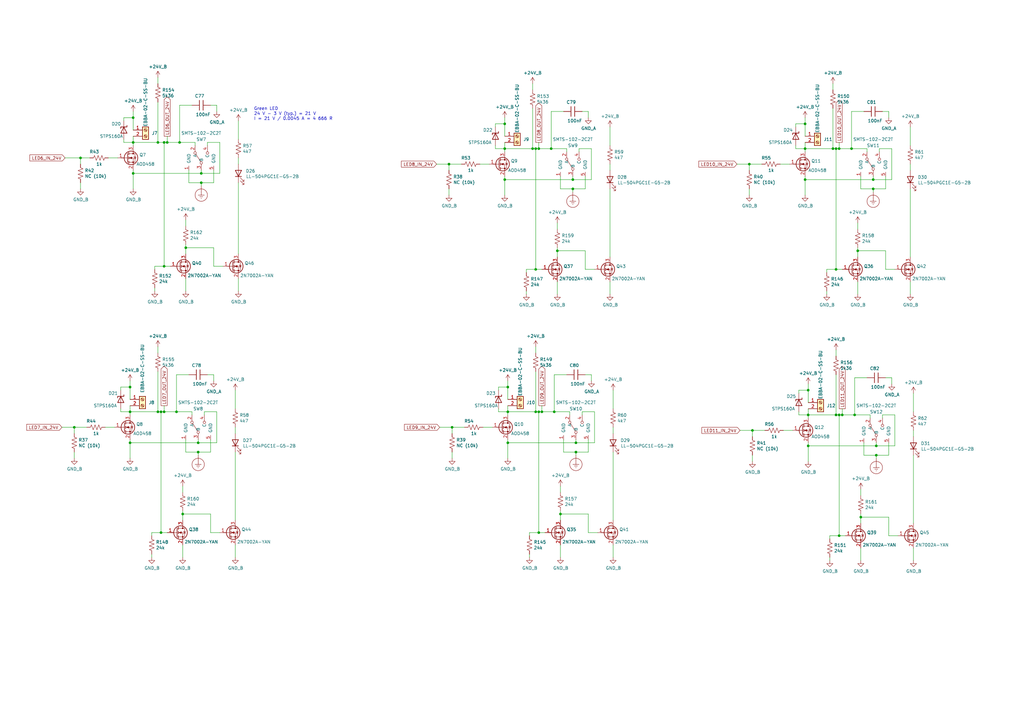
<source format=kicad_sch>
(kicad_sch (version 20230121) (generator eeschema)
  (paper "A3")
  (title_block (title "Outputs - switches 7-12") (date "2023-07-15") (rev "v2.0") (company "Roman Labovsky(roman-labovsky.cz)"))
  (junction (at 207.01 60.96))
  (junction (at 81.28 181.61))
  (junction (at 64.77 168.91))
  (junction (at 236.22 185.42))
  (junction (at 344.17 60.96))
  (junction (at 331.47 170.18))
  (junction (at 208.28 168.91))
  (junction (at 342.9 170.18))
  (junction (at 184.15 67.31))
  (junction (at 342.9 110.49))
  (junction (at 207.01 50.8))
  (junction (at 307.34 67.31))
  (junction (at 330.2 60.96))
  (junction (at 73.66 58.42))
  (junction (at 308.61 176.53))
  (junction (at 54.61 58.42))
  (junction (at 67.31 168.91))
  (junction (at 228.6 102.87))
  (junction (at 359.41 182.88))
  (junction (at 185.42 175.26))
  (junction (at 74.93 210.82))
  (junction (at 236.22 181.61))
  (junction (at 76.2 101.6))
  (junction (at 222.25 168.91))
  (junction (at 358.14 77.47))
  (junction (at 54.61 48.26))
  (junction (at 331.47 182.88))
  (junction (at 351.79 102.87))
  (junction (at 64.77 58.42))
  (junction (at 350.52 170.18))
  (junction (at 219.71 60.96))
  (junction (at 226.06 60.96))
  (junction (at 82.55 71.12))
  (junction (at 341.63 60.96))
  (junction (at 81.28 185.42))
  (junction (at 219.71 168.91))
  (junction (at 218.44 60.96))
  (junction (at 68.58 58.42))
  (junction (at 66.04 218.44))
  (junction (at 330.2 73.66))
  (junction (at 207.01 73.66))
  (junction (at 66.04 168.91))
  (junction (at 220.98 168.91))
  (junction (at 72.39 168.91))
  (junction (at 53.34 181.61))
  (junction (at 30.48 175.26))
  (junction (at 208.28 181.61))
  (junction (at 82.55 74.93))
  (junction (at 220.98 60.96))
  (junction (at 53.34 158.75))
  (junction (at 67.31 109.22))
  (junction (at 33.02 64.77))
  (junction (at 53.34 168.91))
  (junction (at 344.17 219.71))
  (junction (at 219.71 110.49))
  (junction (at 234.95 73.66))
  (junction (at 342.9 60.96))
  (junction (at 208.28 158.75))
  (junction (at 358.14 73.66))
  (junction (at 234.95 77.47))
  (junction (at 227.33 168.91))
  (junction (at 330.2 50.8))
  (junction (at 345.44 170.18))
  (junction (at 220.98 218.44))
  (junction (at 229.87 210.82))
  (junction (at 54.61 71.12))
  (junction (at 359.41 186.69))
  (junction (at 349.25 60.96))
  (junction (at 331.47 160.02))
  (junction (at 344.17 170.18))
  (junction (at 353.06 212.09))
  (junction (at 67.31 58.42))
  (wire (pts (xy 87.63 153.67) (xy 87.63 156.21)))
  (wire (pts (xy 226.06 60.96) (xy 232.41 60.96)))
  (wire (pts (xy 373.38 69.85) (xy 373.38 67.31)))
  (wire (pts (xy 30.48 187.96) (xy 30.48 185.42)))
  (wire (pts (xy 229.87 210.82) (xy 241.3 210.82)))
  (wire (pts (xy 207.01 60.96) (xy 207.01 62.23)))
  (wire (pts (xy 208.28 168.91) (xy 208.28 170.18)))
  (wire (pts (xy 251.46 228.6) (xy 251.46 223.52)))
  (wire (pts (xy 342.9 153.67) (xy 342.9 170.18)))
  (wire (pts (xy 74.93 210.82) (xy 86.36 210.82)))
  (wire (pts (xy 185.42 175.26) (xy 190.5 175.26)))
  (wire (pts (xy 363.22 110.49) (xy 367.03 110.49)))
  (wire (pts (xy 69.85 109.22) (xy 67.31 109.22)))
  (wire (pts (xy 364.49 45.72) (xy 364.49 48.26)))
  (wire (pts (xy 50.8 49.53) (xy 50.8 48.26)))
  (wire (pts (xy 227.33 153.67) (xy 232.41 153.67)))
  (wire (pts (xy 374.65 229.87) (xy 374.65 224.79)))
  (wire (pts (xy 82.55 71.12) (xy 90.17 71.12)))
  (wire (pts (xy 345.44 167.64) (xy 345.44 170.18)))
  (wire (pts (xy 77.47 74.93) (xy 82.55 74.93)))
  (wire (pts (xy 72.39 168.91) (xy 78.74 168.91)))
  (wire (pts (xy 97.79 57.15) (xy 97.79 49.53)))
  (wire (pts (xy 353.06 214.63) (xy 353.06 212.09)))
  (wire (pts (xy 63.5 109.22) (xy 63.5 110.49)))
  (wire (pts (xy 208.28 181.61) (xy 208.28 187.96)))
  (wire (pts (xy 208.28 180.34) (xy 208.28 181.61)))
  (wire (pts (xy 240.03 110.49) (xy 243.84 110.49)))
  (wire (pts (xy 330.2 60.96) (xy 341.63 60.96)))
  (wire (pts (xy 26.67 64.77) (xy 33.02 64.77)))
  (wire (pts (xy 303.53 176.53) (xy 308.61 176.53)))
  (wire (pts (xy 54.61 45.72) (xy 54.61 48.26)))
  (wire (pts (xy 364.49 181.61) (xy 364.49 186.69)))
  (wire (pts (xy 302.26 67.31) (xy 307.34 67.31)))
  (wire (pts (xy 236.22 181.61) (xy 243.84 181.61)))
  (wire (pts (xy 367.03 170.18) (xy 361.95 170.18)))
  (wire (pts (xy 359.41 181.61) (xy 359.41 182.88)))
  (wire (pts (xy 203.2 50.8) (xy 207.01 50.8)))
  (wire (pts (xy 350.52 154.94) (xy 355.6 154.94)))
  (wire (pts (xy 66.04 218.44) (xy 68.58 218.44)))
  (wire (pts (xy 360.68 60.96) (xy 360.68 62.23)))
  (wire (pts (xy 196.85 67.31) (xy 200.66 67.31)))
  (wire (pts (xy 363.22 154.94) (xy 365.76 154.94)))
  (wire (pts (xy 238.76 168.91) (xy 238.76 170.18)))
  (wire (pts (xy 207.01 72.39) (xy 207.01 73.66)))
  (wire (pts (xy 184.15 80.01) (xy 184.15 77.47)))
  (wire (pts (xy 307.34 80.01) (xy 307.34 77.47)))
  (wire (pts (xy 307.34 67.31) (xy 312.42 67.31)))
  (wire (pts (xy 64.77 152.4) (xy 64.77 168.91)))
  (wire (pts (xy 72.39 153.67) (xy 77.47 153.67)))
  (wire (pts (xy 237.49 60.96) (xy 237.49 62.23)))
  (wire (pts (xy 219.71 60.96) (xy 220.98 60.96)))
  (wire (pts (xy 67.31 58.42) (xy 67.31 109.22)))
  (wire (pts (xy 331.47 157.48) (xy 331.47 160.02)))
  (wire (pts (xy 240.03 102.87) (xy 240.03 110.49)))
  (wire (pts (xy 218.44 44.45) (xy 218.44 60.96)))
  (wire (pts (xy 215.9 110.49) (xy 215.9 111.76)))
  (wire (pts (xy 330.2 48.26) (xy 330.2 50.8)))
  (wire (pts (xy 219.71 142.24) (xy 219.71 144.78)))
  (wire (pts (xy 350.52 170.18) (xy 350.52 154.94)))
  (wire (pts (xy 365.76 154.94) (xy 365.76 157.48)))
  (wire (pts (xy 77.47 69.85) (xy 77.47 74.93)))
  (wire (pts (xy 330.2 50.8) (xy 330.2 55.88)))
  (wire (pts (xy 345.44 170.18) (xy 350.52 170.18)))
  (wire (pts (xy 215.9 120.65) (xy 215.9 119.38)))
  (wire (pts (xy 241.3 210.82) (xy 241.3 218.44)))
  (wire (pts (xy 220.98 218.44) (xy 223.52 218.44)))
  (wire (pts (xy 54.61 71.12) (xy 82.55 71.12)))
  (wire (pts (xy 207.01 48.26) (xy 207.01 50.8)))
  (wire (pts (xy 340.36 229.87) (xy 340.36 228.6)))
  (wire (pts (xy 330.2 72.39) (xy 330.2 73.66)))
  (wire (pts (xy 226.06 60.96) (xy 226.06 45.72)))
  (wire (pts (xy 250.19 69.85) (xy 250.19 67.31)))
  (wire (pts (xy 49.53 160.02) (xy 49.53 158.75)))
  (wire (pts (xy 76.2 185.42) (xy 81.28 185.42)))
  (wire (pts (xy 208.28 181.61) (xy 236.22 181.61)))
  (wire (pts (xy 236.22 180.34) (xy 236.22 181.61)))
  (wire (pts (xy 66.04 168.91) (xy 67.31 168.91)))
  (wire (pts (xy 64.77 142.24) (xy 64.77 144.78)))
  (wire (pts (xy 250.19 59.69) (xy 250.19 52.07)))
  (wire (pts (xy 179.07 67.31) (xy 184.15 67.31)))
  (wire (pts (xy 63.5 119.38) (xy 63.5 118.11)))
  (wire (pts (xy 219.71 168.91) (xy 220.98 168.91)))
  (wire (pts (xy 88.9 168.91) (xy 88.9 181.61)))
  (wire (pts (xy 97.79 74.93) (xy 97.79 104.14)))
  (wire (pts (xy 374.65 186.69) (xy 374.65 214.63)))
  (wire (pts (xy 251.46 177.8) (xy 251.46 175.26)))
  (wire (pts (xy 341.63 60.96) (xy 342.9 60.96)))
  (wire (pts (xy 82.55 69.85) (xy 82.55 71.12)))
  (wire (pts (xy 218.44 34.29) (xy 218.44 36.83)))
  (wire (pts (xy 208.28 168.91) (xy 219.71 168.91)))
  (wire (pts (xy 76.2 104.14) (xy 76.2 101.6)))
  (wire (pts (xy 97.79 67.31) (xy 97.79 64.77)))
  (wire (pts (xy 219.71 110.49) (xy 222.25 110.49)))
  (wire (pts (xy 351.79 105.41) (xy 351.79 102.87)))
  (wire (pts (xy 358.14 77.47) (xy 363.22 77.47)))
  (wire (pts (xy 73.66 43.18) (xy 78.74 43.18)))
  (wire (pts (xy 62.23 228.6) (xy 62.23 227.33)))
  (wire (pts (xy 326.39 50.8) (xy 330.2 50.8)))
  (wire (pts (xy 83.82 168.91) (xy 83.82 170.18)))
  (wire (pts (xy 364.49 219.71) (xy 368.3 219.71)))
  (wire (pts (xy 232.41 62.23) (xy 232.41 60.96)))
  (wire (pts (xy 207.01 50.8) (xy 207.01 55.88)))
  (wire (pts (xy 219.71 152.4) (xy 219.71 168.91)))
  (wire (pts (xy 342.9 110.49) (xy 345.44 110.49)))
  (wire (pts (xy 96.52 177.8) (xy 96.52 175.26)))
  (wire (pts (xy 53.34 158.75) (xy 53.34 163.83)))
  (wire (pts (xy 363.22 77.47) (xy 363.22 72.39)))
  (wire (pts (xy 326.39 52.07) (xy 326.39 50.8)))
  (wire (pts (xy 229.87 77.47) (xy 234.95 77.47)))
  (wire (pts (xy 361.95 45.72) (xy 364.49 45.72)))
  (wire (pts (xy 222.25 168.91) (xy 227.33 168.91)))
  (wire (pts (xy 330.2 73.66) (xy 330.2 80.01)))
  (wire (pts (xy 44.45 64.77) (xy 48.26 64.77)))
  (wire (pts (xy 331.47 182.88) (xy 359.41 182.88)))
  (wire (pts (xy 330.2 60.96) (xy 330.2 62.23)))
  (wire (pts (xy 320.04 67.31) (xy 323.85 67.31)))
  (wire (pts (xy 231.14 185.42) (xy 236.22 185.42)))
  (wire (pts (xy 53.34 156.21) (xy 53.34 158.75)))
  (wire (pts (xy 229.87 213.36) (xy 229.87 210.82)))
  (wire (pts (xy 363.22 102.87) (xy 363.22 110.49)))
  (wire (pts (xy 364.49 212.09) (xy 364.49 219.71)))
  (wire (pts (xy 222.25 166.37) (xy 222.25 168.91)))
  (wire (pts (xy 33.02 64.77) (xy 36.83 64.77)))
  (wire (pts (xy 327.66 161.29) (xy 327.66 160.02)))
  (wire (pts (xy 240.03 153.67) (xy 242.57 153.67)))
  (wire (pts (xy 87.63 69.85) (xy 87.63 74.93)))
  (wire (pts (xy 96.52 228.6) (xy 96.52 223.52)))
  (wire (pts (xy 53.34 166.37) (xy 53.34 168.91)))
  (wire (pts (xy 53.34 168.91) (xy 49.53 168.91)))
  (wire (pts (xy 30.48 175.26) (xy 30.48 177.8)))
  (wire (pts (xy 53.34 180.34) (xy 53.34 181.61)))
  (wire (pts (xy 76.2 101.6) (xy 87.63 101.6)))
  (wire (pts (xy 208.28 168.91) (xy 204.47 168.91)))
  (wire (pts (xy 361.95 170.18) (xy 361.95 171.45)))
  (wire (pts (xy 358.14 73.66) (xy 365.76 73.66)))
  (wire (pts (xy 82.55 74.93) (xy 87.63 74.93)))
  (wire (pts (xy 33.02 77.47) (xy 33.02 74.93)))
  (wire (pts (xy 54.61 69.85) (xy 54.61 71.12)))
  (wire (pts (xy 228.6 93.98) (xy 228.6 91.44)))
  (wire (pts (xy 341.63 44.45) (xy 341.63 60.96)))
  (wire (pts (xy 353.06 203.2) (xy 353.06 200.66)))
  (wire (pts (xy 234.95 78.74) (xy 234.95 77.47)))
  (wire (pts (xy 64.77 41.91) (xy 64.77 58.42)))
  (wire (pts (xy 374.65 168.91) (xy 374.65 161.29)))
  (wire (pts (xy 208.28 166.37) (xy 208.28 168.91)))
  (wire (pts (xy 220.98 168.91) (xy 222.25 168.91)))
  (wire (pts (xy 49.53 168.91) (xy 49.53 167.64)))
  (wire (pts (xy 231.14 180.34) (xy 231.14 185.42)))
  (wire (pts (xy 365.76 60.96) (xy 365.76 73.66)))
  (wire (pts (xy 353.06 72.39) (xy 353.06 77.47)))
  (wire (pts (xy 76.2 119.38) (xy 76.2 114.3)))
  (wire (pts (xy 217.17 218.44) (xy 220.98 218.44)))
  (wire (pts (xy 234.95 73.66) (xy 207.01 73.66)))
  (wire (pts (xy 220.98 168.91) (xy 220.98 218.44)))
  (wire (pts (xy 342.9 60.96) (xy 344.17 60.96)))
  (wire (pts (xy 243.84 168.91) (xy 243.84 181.61)))
  (wire (pts (xy 207.01 60.96) (xy 203.2 60.96)))
  (wire (pts (xy 331.47 182.88) (xy 331.47 189.23)))
  (wire (pts (xy 242.57 60.96) (xy 237.49 60.96)))
  (wire (pts (xy 226.06 45.72) (xy 231.14 45.72)))
  (wire (pts (xy 64.77 168.91) (xy 66.04 168.91)))
  (wire (pts (xy 53.34 181.61) (xy 53.34 187.96)))
  (wire (pts (xy 341.63 34.29) (xy 341.63 36.83)))
  (wire (pts (xy 241.3 218.44) (xy 245.11 218.44)))
  (wire (pts (xy 54.61 48.26) (xy 54.61 53.34)))
  (wire (pts (xy 241.3 185.42) (xy 241.3 180.34)))
  (wire (pts (xy 229.87 201.93) (xy 229.87 199.39)))
  (wire (pts (xy 185.42 175.26) (xy 185.42 177.8)))
  (wire (pts (xy 203.2 60.96) (xy 203.2 59.69)))
  (wire (pts (xy 367.03 170.18) (xy 367.03 182.88)))
  (wire (pts (xy 373.38 120.65) (xy 373.38 115.57)))
  (wire (pts (xy 331.47 170.18) (xy 327.66 170.18)))
  (wire (pts (xy 250.19 120.65) (xy 250.19 115.57)))
  (wire (pts (xy 62.23 218.44) (xy 66.04 218.44)))
  (wire (pts (xy 90.17 58.42) (xy 85.09 58.42)))
  (wire (pts (xy 229.87 72.39) (xy 229.87 77.47)))
  (wire (pts (xy 243.84 168.91) (xy 238.76 168.91)))
  (wire (pts (xy 54.61 71.12) (xy 54.61 77.47)))
  (wire (pts (xy 229.87 210.82) (xy 229.87 209.55)))
  (wire (pts (xy 72.39 168.91) (xy 72.39 153.67)))
  (wire (pts (xy 344.17 219.71) (xy 346.71 219.71)))
  (wire (pts (xy 54.61 58.42) (xy 50.8 58.42)))
  (wire (pts (xy 97.79 119.38) (xy 97.79 114.3)))
  (wire (pts (xy 198.12 175.26) (xy 201.93 175.26)))
  (wire (pts (xy 74.93 213.36) (xy 74.93 210.82)))
  (wire (pts (xy 353.06 212.09) (xy 364.49 212.09)))
  (wire (pts (xy 62.23 218.44) (xy 62.23 219.71)))
  (wire (pts (xy 340.36 219.71) (xy 344.17 219.71)))
  (wire (pts (xy 349.25 45.72) (xy 354.33 45.72)))
  (wire (pts (xy 54.61 58.42) (xy 64.77 58.42)))
  (wire (pts (xy 308.61 189.23) (xy 308.61 186.69)))
  (wire (pts (xy 351.79 102.87) (xy 351.79 101.6)))
  (wire (pts (xy 184.15 67.31) (xy 189.23 67.31)))
  (wire (pts (xy 339.09 110.49) (xy 342.9 110.49)))
  (wire (pts (xy 87.63 109.22) (xy 91.44 109.22)))
  (wire (pts (xy 234.95 77.47) (xy 240.03 77.47)))
  (wire (pts (xy 215.9 110.49) (xy 219.71 110.49)))
  (wire (pts (xy 82.55 76.2) (xy 82.55 74.93)))
  (wire (pts (xy 234.95 73.66) (xy 242.57 73.66)))
  (wire (pts (xy 330.2 60.96) (xy 326.39 60.96)))
  (wire (pts (xy 331.47 170.18) (xy 342.9 170.18)))
  (wire (pts (xy 54.61 55.88) (xy 54.61 58.42)))
  (wire (pts (xy 53.34 168.91) (xy 64.77 168.91)))
  (wire (pts (xy 373.38 105.41) (xy 373.38 77.47)))
  (wire (pts (xy 86.36 218.44) (xy 90.17 218.44)))
  (wire (pts (xy 365.76 60.96) (xy 360.68 60.96)))
  (wire (pts (xy 218.44 60.96) (xy 219.71 60.96)))
  (wire (pts (xy 331.47 160.02) (xy 331.47 165.1)))
  (wire (pts (xy 251.46 213.36) (xy 251.46 185.42)))
  (wire (pts (xy 349.25 60.96) (xy 349.25 45.72)))
  (wire (pts (xy 233.68 170.18) (xy 233.68 168.91)))
  (wire (pts (xy 228.6 120.65) (xy 228.6 115.57)))
  (wire (pts (xy 344.17 60.96) (xy 349.25 60.96)))
  (wire (pts (xy 307.34 67.31) (xy 307.34 69.85)))
  (wire (pts (xy 358.14 78.74) (xy 358.14 77.47)))
  (wire (pts (xy 220.98 58.42) (xy 220.98 60.96)))
  (wire (pts (xy 208.28 156.21) (xy 208.28 158.75)))
  (wire (pts (xy 25.4 175.26) (xy 30.48 175.26)))
  (wire (pts (xy 321.31 176.53) (xy 325.12 176.53)))
  (wire (pts (xy 33.02 64.77) (xy 33.02 67.31)))
  (wire (pts (xy 219.71 60.96) (xy 219.71 110.49)))
  (wire (pts (xy 374.65 179.07) (xy 374.65 176.53)))
  (wire (pts (xy 67.31 168.91) (xy 72.39 168.91)))
  (wire (pts (xy 238.76 45.72) (xy 241.3 45.72)))
  (wire (pts (xy 359.41 186.69) (xy 364.49 186.69)))
  (wire (pts (xy 73.66 58.42) (xy 80.01 58.42)))
  (wire (pts (xy 234.95 72.39) (xy 234.95 73.66)))
  (wire (pts (xy 207.01 73.66) (xy 207.01 80.01)))
  (wire (pts (xy 344.17 170.18) (xy 345.44 170.18)))
  (wire (pts (xy 204.47 168.91) (xy 204.47 167.64)))
  (wire (pts (xy 64.77 31.75) (xy 64.77 34.29)))
  (wire (pts (xy 53.34 168.91) (xy 53.34 170.18)))
  (wire (pts (xy 353.06 77.47) (xy 358.14 77.47)))
  (wire (pts (xy 207.01 60.96) (xy 218.44 60.96)))
  (wire (pts (xy 76.2 180.34) (xy 76.2 185.42)))
  (wire (pts (xy 242.57 153.67) (xy 242.57 156.21)))
  (wire (pts (xy 242.57 60.96) (xy 242.57 73.66)))
  (wire (pts (xy 351.79 120.65) (xy 351.79 115.57)))
  (wire (pts (xy 90.17 58.42) (xy 90.17 71.12)))
  (wire (pts (xy 350.52 170.18) (xy 356.87 170.18)))
  (wire (pts (xy 81.28 181.61) (xy 88.9 181.61)))
  (wire (pts (xy 180.34 175.26) (xy 185.42 175.26)))
  (wire (pts (xy 240.03 77.47) (xy 240.03 72.39)))
  (wire (pts (xy 220.98 60.96) (xy 226.06 60.96)))
  (wire (pts (xy 228.6 102.87) (xy 228.6 101.6)))
  (wire (pts (xy 96.52 213.36) (xy 96.52 185.42)))
  (wire (pts (xy 250.19 105.41) (xy 250.19 77.47)))
  (wire (pts (xy 76.2 92.71) (xy 76.2 90.17)))
  (wire (pts (xy 78.74 170.18) (xy 78.74 168.91)))
  (wire (pts (xy 331.47 181.61) (xy 331.47 182.88)))
  (wire (pts (xy 203.2 52.07) (xy 203.2 50.8)))
  (wire (pts (xy 353.06 212.09) (xy 353.06 210.82)))
  (wire (pts (xy 339.09 120.65) (xy 339.09 119.38)))
  (wire (pts (xy 85.09 153.67) (xy 87.63 153.67)))
  (wire (pts (xy 217.17 228.6) (xy 217.17 227.33)))
  (wire (pts (xy 74.93 201.93) (xy 74.93 199.39)))
  (wire (pts (xy 342.9 60.96) (xy 342.9 110.49)))
  (wire (pts (xy 236.22 185.42) (xy 241.3 185.42)))
  (wire (pts (xy 74.93 210.82) (xy 74.93 209.55)))
  (wire (pts (xy 49.53 158.75) (xy 53.34 158.75)))
  (wire (pts (xy 331.47 170.18) (xy 331.47 171.45)))
  (wire (pts (xy 331.47 167.64) (xy 331.47 170.18)))
  (wire (pts (xy 43.18 175.26) (xy 46.99 175.26)))
  (wire (pts (xy 355.6 62.23) (xy 355.6 60.96)))
  (wire (pts (xy 86.36 185.42) (xy 86.36 180.34)))
  (wire (pts (xy 68.58 58.42) (xy 73.66 58.42)))
  (wire (pts (xy 81.28 180.34) (xy 81.28 181.61)))
  (wire (pts (xy 80.01 59.69) (xy 80.01 58.42)))
  (wire (pts (xy 356.87 171.45) (xy 356.87 170.18)))
  (wire (pts (xy 229.87 228.6) (xy 229.87 223.52)))
  (wire (pts (xy 76.2 101.6) (xy 76.2 100.33)))
  (wire (pts (xy 373.38 59.69) (xy 373.38 52.07)))
  (wire (pts (xy 73.66 58.42) (xy 73.66 43.18)))
  (wire (pts (xy 184.15 67.31) (xy 184.15 69.85)))
  (wire (pts (xy 88.9 168.91) (xy 83.82 168.91)))
  (wire (pts (xy 86.36 210.82) (xy 86.36 218.44)))
  (wire (pts (xy 354.33 186.69) (xy 359.41 186.69)))
  (wire (pts (xy 54.61 58.42) (xy 54.61 59.69)))
  (wire (pts (xy 207.01 58.42) (xy 207.01 60.96)))
  (wire (pts (xy 68.58 55.88) (xy 68.58 58.42)))
  (wire (pts (xy 308.61 176.53) (xy 308.61 179.07)))
  (wire (pts (xy 67.31 58.42) (xy 68.58 58.42)))
  (wire (pts (xy 96.52 167.64) (xy 96.52 160.02)))
  (wire (pts (xy 354.33 181.61) (xy 354.33 186.69)))
  (wire (pts (xy 342.9 143.51) (xy 342.9 146.05)))
  (wire (pts (xy 81.28 186.69) (xy 81.28 185.42)))
  (wire (pts (xy 339.09 110.49) (xy 339.09 111.76)))
  (wire (pts (xy 241.3 45.72) (xy 241.3 48.26)))
  (wire (pts (xy 185.42 187.96) (xy 185.42 185.42)))
  (wire (pts (xy 86.36 43.18) (xy 88.9 43.18)))
  (wire (pts (xy 30.48 175.26) (xy 35.56 175.26)))
  (wire (pts (xy 64.77 58.42) (xy 67.31 58.42)))
  (wire (pts (xy 67.31 109.22) (xy 63.5 109.22)))
  (wire (pts (xy 81.28 185.42) (xy 86.36 185.42)))
  (wire (pts (xy 359.41 182.88) (xy 367.03 182.88)))
  (wire (pts (xy 327.66 170.18) (xy 327.66 168.91)))
  (wire (pts (xy 344.17 58.42) (xy 344.17 60.96)))
  (wire (pts (xy 251.46 167.64) (xy 251.46 160.02)))
  (wire (pts (xy 344.17 170.18) (xy 344.17 219.71)))
  (wire (pts (xy 204.47 158.75) (xy 208.28 158.75)))
  (wire (pts (xy 351.79 93.98) (xy 351.79 91.44)))
  (wire (pts (xy 85.09 58.42) (xy 85.09 59.69)))
  (wire (pts (xy 53.34 181.61) (xy 81.28 181.61)))
  (wire (pts (xy 330.2 58.42) (xy 330.2 60.96)))
  (wire (pts (xy 342.9 170.18) (xy 344.17 170.18)))
  (wire (pts (xy 327.66 160.02) (xy 331.47 160.02)))
  (wire (pts (xy 74.93 228.6) (xy 74.93 223.52)))
  (wire (pts (xy 228.6 102.87) (xy 240.03 102.87)))
  (wire (pts (xy 236.22 186.69) (xy 236.22 185.42)))
  (wire (pts (xy 208.28 158.75) (xy 208.28 163.83)))
  (wire (pts (xy 217.17 218.44) (xy 217.17 219.71)))
  (wire (pts (xy 351.79 102.87) (xy 363.22 102.87)))
  (wire (pts (xy 326.39 60.96) (xy 326.39 59.69)))
  (wire (pts (xy 204.47 160.02) (xy 204.47 158.75)))
  (wire (pts (xy 228.6 105.41) (xy 228.6 102.87)))
  (wire (pts (xy 50.8 58.42) (xy 50.8 57.15)))
  (wire (pts (xy 67.31 166.37) (xy 67.31 168.91)))
  (wire (pts (xy 227.33 168.91) (xy 227.33 153.67)))
  (wire (pts (xy 359.41 187.96) (xy 359.41 186.69)))
  (wire (pts (xy 88.9 43.18) (xy 88.9 45.72)))
  (wire (pts (xy 87.63 101.6) (xy 87.63 109.22)))
  (wire (pts (xy 353.06 229.87) (xy 353.06 224.79)))
  (wire (pts (xy 308.61 176.53) (xy 313.69 176.53)))
  (wire (pts (xy 66.04 168.91) (xy 66.04 218.44)))
  (wire (pts (xy 227.33 168.91) (xy 233.68 168.91)))
  (wire (pts (xy 349.25 60.96) (xy 355.6 60.96)))
  (wire (pts (xy 50.8 48.26) (xy 54.61 48.26)))
  (wire (pts (xy 358.14 72.39) (xy 358.14 73.66)))
  (wire (pts (xy 340.36 219.71) (xy 340.36 220.98)))
  (wire (pts (xy 330.2 73.66) (xy 358.14 73.66)))
  (text "Green LED\n24 V - 3 V (typ.) = 21 V\nI = 21 V / 0.0045 A = 4 666 R" (at 104.14 49.53 0) (effects (font (size 1.27 1.27)) (justify left bottom)))
  (global_label "LED9_IN_24V" (shape input) (at 180.34 175.26 180) (property "Intersheetrefs" "${INTERSHEET_REFS}" (effects hide)))
  (global_label "LED8_IN_24V" (shape input) (at 179.07 67.31 180) (property "Intersheetrefs" "${INTERSHEET_REFS}" (effects hide)))
  (global_label "LED10_IN_24V" (shape input) (at 302.26 67.31 180) (property "Intersheetrefs" "${INTERSHEET_REFS}" (effects hide)))
  (global_label "LED6_IN_24V" (shape input) (at 26.67 64.77 180) (property "Intersheetrefs" "${INTERSHEET_REFS}" (effects hide)))
  (global_label "LED9_OUT_24V" (shape output) (at 222.25 166.37 90) (property "Intersheetrefs" "${INTERSHEET_REFS}" (effects hide)))
  (global_label "LED11_IN_24V" (shape input) (at 303.53 176.53 180) (property "Intersheetrefs" "${INTERSHEET_REFS}" (effects hide)))
  (global_label "LED8_OUT_24V" (shape output) (at 220.98 58.42 90) (property "Intersheetrefs" "${INTERSHEET_REFS}" (effects hide)))
  (global_label "LED7_IN_24V" (shape input) (at 25.4 175.26 180) (property "Intersheetrefs" "${INTERSHEET_REFS}" (effects hide)))
  (global_label "LED11_OUT_24V" (shape output) (at 345.44 167.64 90) (property "Intersheetrefs" "${INTERSHEET_REFS}" (effects hide)))
  (global_label "LED6_OUT_24V" (shape output) (at 68.58 55.88 90) (property "Intersheetrefs" "${INTERSHEET_REFS}" (effects hide)))
  (global_label "LED10_OUT_24V" (shape output) (at 344.17 58.42 90) (property "Intersheetrefs" "${INTERSHEET_REFS}" (effects hide)))
  (global_label "LED7_OUT_24V" (shape output) (at 67.31 166.37 90) (property "Intersheetrefs" "${INTERSHEET_REFS}" (effects hide)))
  (symbol (lib_id "terminal_block_tht_rl:EBBA-02-C-SS-BU") (at 59.69 54.61 0) (unit 1)
    (property "Reference" "J7" (at 62.23 54.61 0) (effects (justify left)))
    (property "Value" "EBBA-02-C-SS-BU" (at 59.69 41.91 90))
    (property "Footprint" "terminal_block_tht_rl:EBBA-02-C-SS-BU" (effects hide))
    (property "Datasheet" "https://app.adam-tech.com/products/download/data_sheet/204164/ebba-xx-c-ss-bu-data-sheet.pdf" (effects hide))
    (instances (project "zone-controller" (path "" (reference "J7") (unit 1)) (path "" (reference "J?") (unit 1))))
  )
  (symbol (lib_id "resistor_smd_rl:r_1206_us") (at 33.02 71.12 270) (unit 1)
    (property "Reference" "R42" (at 34.7472 69.9516 90) (effects (justify left)))
    (property "Value" "NC (10k)" (at 34.7472 72.263 90) (effects (justify left)))
    (property "Footprint" "resistor_smd_rl:r_1206" (effects hide))
    (instances (project "zone-controller" (path "" (reference "R42") (unit 1)) (path "" (reference "R?") (unit 1))))
  )
  (symbol (lib_id "resistor_smd_rl:r_1206_us") (at 97.79 60.96 270) (unit 1)
    (property "Reference" "R57" (at 99.5172 59.7916 90) (effects (justify left)))
    (property "Value" "4k7" (at 99.5172 62.103 90) (effects (justify left)))
    (property "Footprint" "resistor_smd_rl:r_1206" (effects hide))
    (instances (project "zone-controller" (path "" (reference "R57") (unit 1)) (path "" (reference "R?") (unit 1))))
  )
  (symbol (lib_id "led_tht_rl:LL-504PGC1E-G5-2B") (at 97.79 71.12 90) (unit 1)
    (property "Reference" "D26" (at 100.7872 70.1294 90) (effects (justify right)))
    (property "Value" "LL-504PGC1E-G5-2B" (at 111.76 72.39 90))
    (property "Footprint" "led_tht_rl:led_d5mm_2.54mm" (effects hide))
    (property "Datasheet" "https://www.luckylight.cn/media/component/data-sheet/504PGC1E-G5-2B.pdf" (effects hide))
    (instances (project "zone-controller" (path "" (reference "D26") (unit 1)) (path "" (reference "D?") (unit 1))))
  )
  (symbol (lib_id "power_rl:GND_B") (at 33.02 77.47 0) (unit 1)
    (property "Reference" "#PWR0199" (effects hide))
    (property "Value" "GND_B" (at 33.147 81.8642 0))
    (instances (project "zone-controller" (path "" (reference "#PWR0199") (unit 1)) (path "" (reference "#PWR?") (unit 1))))
  )
  (symbol (lib_id "power_rl:Earth_Protective") (at 82.55 76.2 0) (unit 1)
    (property "Reference" "#PWR0200" (effects hide))
    (property "Value" "Earth_Protective" (effects hide))
    (instances (project "zone-controller" (path "" (reference "#PWR0200") (unit 1)) (path "" (reference "#PWR?") (unit 1))))
  )
  (symbol (lib_id "power_rl:+24V_B") (at 54.61 45.72 0) (unit 1)
    (property "Reference" "#PWR0201" (effects hide))
    (property "Value" "+24V_B" (at 54.61 41.3258 0))
    (instances (project "zone-controller" (path "" (reference "#PWR0201") (unit 1)) (path "" (reference "#PWR?") (unit 1))))
  )
  (symbol (lib_id "power_rl:GND_B") (at 54.61 77.47 0) (unit 1)
    (property "Reference" "#PWR0202" (effects hide))
    (property "Value" "GND_B" (at 54.737 81.8642 0))
    (instances (project "zone-controller" (path "" (reference "#PWR0202") (unit 1)) (path "" (reference "#PWR?") (unit 1))))
  )
  (symbol (lib_id "power_rl:+24V_B") (at 97.79 49.53 0) (unit 1)
    (property "Reference" "#PWR0203" (effects hide))
    (property "Value" "+24V_B" (at 97.79 45.1358 0))
    (instances (project "zone-controller" (path "" (reference "#PWR0203") (unit 1)) (path "" (reference "#PWR?") (unit 1))))
  )
  (symbol (lib_id "switch_tht_rl:SMTS-102-2C2T") (at 82.55 63.5 90) (unit 1)
    (property "Reference" "SW7" (at 82.55 57.15 90))
    (property "Value" "SMTS-102-2C2T" (at 82.55 54.61 90))
    (property "Footprint" "switch_tht_rl:SMTS-102-2C2T" (effects hide))
    (property "Datasheet" "https://www.gme.cz/data/attachments/dsh.631-528.1.pdf" (effects hide))
    (instances (project "zone-controller" (path "" (reference "SW7") (unit 1)) (path "" (reference "SW?") (unit 1))))
  )
  (symbol (lib_id "unipolar_transistor_smd_rl:AOD458") (at 54.61 64.77 0) (unit 1)
    (property "Reference" "Q7" (at 57.15 63.5 0) (effects (justify left)))
    (property "Value" "AOD458" (at 59.69 67.31 0))
    (property "Footprint" "package_to_rl:to_252_2" (effects hide))
    (property "Datasheet" "https://aosmd.com/sites/default/files/res/data_sheets/AOD458.pdf" (effects hide))
    (instances (project "zone-controller" (path "" (reference "Q7") (unit 1)) (path "" (reference "Q?") (unit 1))))
  )
  (symbol (lib_id "terminal_block_tht_rl:EBBA-02-C-SS-BU") (at 58.42 165.1 0) (unit 1)
    (property "Reference" "J8" (at 60.96 165.1 0) (effects (justify left)))
    (property "Value" "EBBA-02-C-SS-BU" (at 58.42 151.13 90))
    (property "Footprint" "terminal_block_tht_rl:EBBA-02-C-SS-BU" (effects hide))
    (property "Datasheet" "https://app.adam-tech.com/products/download/data_sheet/204164/ebba-xx-c-ss-bu-data-sheet.pdf" (effects hide))
    (instances (project "zone-controller" (path "" (reference "J8") (unit 1)) (path "" (reference "J?") (unit 1))))
  )
  (symbol (lib_id "resistor_smd_rl:r_1206_us") (at 30.48 181.61 270) (unit 1)
    (property "Reference" "R37" (at 32.2072 180.4416 90) (effects (justify left)))
    (property "Value" "NC (10k)" (at 32.2072 182.753 90) (effects (justify left)))
    (property "Footprint" "resistor_smd_rl:r_1206" (effects hide))
    (instances (project "zone-controller" (path "" (reference "R37") (unit 1)) (path "" (reference "R?") (unit 1))))
  )
  (symbol (lib_id "resistor_smd_rl:r_1206_us") (at 96.52 171.45 270) (unit 1)
    (property "Reference" "R58" (at 98.2472 170.2816 90) (effects (justify left)))
    (property "Value" "4k7" (at 98.2472 172.593 90) (effects (justify left)))
    (property "Footprint" "resistor_smd_rl:r_1206" (effects hide))
    (instances (project "zone-controller" (path "" (reference "R58") (unit 1)) (path "" (reference "R?") (unit 1))))
  )
  (symbol (lib_id "led_tht_rl:LL-504PGC1E-G5-2B") (at 96.52 181.61 90) (unit 1)
    (property "Reference" "D27" (at 99.5172 180.6194 90) (effects (justify right)))
    (property "Value" "LL-504PGC1E-G5-2B" (at 110.49 182.88 90))
    (property "Footprint" "led_tht_rl:led_d5mm_2.54mm" (effects hide))
    (property "Datasheet" "https://www.luckylight.cn/media/component/data-sheet/504PGC1E-G5-2B.pdf" (effects hide))
    (instances (project "zone-controller" (path "" (reference "D27") (unit 1)) (path "" (reference "D?") (unit 1))))
  )
  (symbol (lib_id "power_rl:GND_B") (at 30.48 187.96 0) (unit 1)
    (property "Reference" "#PWR0204" (effects hide))
    (property "Value" "GND_B" (at 30.607 192.3542 0))
    (instances (project "zone-controller" (path "" (reference "#PWR0204") (unit 1)) (path "" (reference "#PWR?") (unit 1))))
  )
  (symbol (lib_id "power_rl:Earth_Protective") (at 81.28 186.69 0) (unit 1)
    (property "Reference" "#PWR0205" (effects hide))
    (property "Value" "Earth_Protective" (effects hide))
    (instances (project "zone-controller" (path "" (reference "#PWR0205") (unit 1)) (path "" (reference "#PWR?") (unit 1))))
  )
  (symbol (lib_id "power_rl:+24V_B") (at 53.34 156.21 0) (unit 1)
    (property "Reference" "#PWR0206" (effects hide))
    (property "Value" "+24V_B" (at 53.34 151.8158 0))
    (instances (project "zone-controller" (path "" (reference "#PWR0206") (unit 1)) (path "" (reference "#PWR?") (unit 1))))
  )
  (symbol (lib_id "power_rl:GND_B") (at 53.34 187.96 0) (unit 1)
    (property "Reference" "#PWR0207" (effects hide))
    (property "Value" "GND_B" (at 53.467 192.3542 0))
    (instances (project "zone-controller" (path "" (reference "#PWR0207") (unit 1)) (path "" (reference "#PWR?") (unit 1))))
  )
  (symbol (lib_id "power_rl:+24V_B") (at 96.52 160.02 0) (unit 1)
    (property "Reference" "#PWR0208" (effects hide))
    (property "Value" "+24V_B" (at 96.52 155.6258 0))
    (instances (project "zone-controller" (path "" (reference "#PWR0208") (unit 1)) (path "" (reference "#PWR?") (unit 1))))
  )
  (symbol (lib_id "switch_tht_rl:SMTS-102-2C2T") (at 81.28 173.99 90) (unit 1)
    (property "Reference" "SW8" (at 81.28 167.64 90))
    (property "Value" "SMTS-102-2C2T" (at 81.28 165.1 90))
    (property "Footprint" "switch_tht_rl:SMTS-102-2C2T" (effects hide))
    (property "Datasheet" "https://www.gme.cz/data/attachments/dsh.631-528.1.pdf" (effects hide))
    (instances (project "zone-controller" (path "" (reference "SW8") (unit 1)) (path "" (reference "SW?") (unit 1))))
  )
  (symbol (lib_id "unipolar_transistor_smd_rl:AOD458") (at 53.34 175.26 0) (unit 1)
    (property "Reference" "Q8" (at 55.88 173.99 0) (effects (justify left)))
    (property "Value" "AOD458" (at 58.42 177.8 0))
    (property "Footprint" "package_to_rl:to_252_2" (effects hide))
    (property "Datasheet" "https://aosmd.com/sites/default/files/res/data_sheets/AOD458.pdf" (effects hide))
    (instances (project "zone-controller" (path "" (reference "Q8") (unit 1)) (path "" (reference "Q?") (unit 1))))
  )
  (symbol (lib_id "terminal_block_tht_rl:EBBA-02-C-SS-BU") (at 212.09 57.15 0) (unit 1)
    (property "Reference" "J9" (at 214.63 57.15 0) (effects (justify left)))
    (property "Value" "EBBA-02-C-SS-BU" (at 212.09 44.45 90))
    (property "Footprint" "terminal_block_tht_rl:EBBA-02-C-SS-BU" (effects hide))
    (property "Datasheet" "https://app.adam-tech.com/products/download/data_sheet/204164/ebba-xx-c-ss-bu-data-sheet.pdf" (effects hide))
    (instances (project "zone-controller" (path "" (reference "J9") (unit 1)) (path "" (reference "J?") (unit 1))))
  )
  (symbol (lib_id "resistor_smd_rl:r_1206_us") (at 184.15 73.66 270) (unit 1)
    (property "Reference" "R38" (at 185.8772 72.4916 90) (effects (justify left)))
    (property "Value" "NC (10k)" (at 185.8772 74.803 90) (effects (justify left)))
    (property "Footprint" "resistor_smd_rl:r_1206" (effects hide))
    (instances (project "zone-controller" (path "" (reference "R38") (unit 1)) (path "" (reference "R?") (unit 1))))
  )
  (symbol (lib_id "resistor_smd_rl:r_1206_us") (at 250.19 63.5 270) (unit 1)
    (property "Reference" "R59" (at 251.9172 62.3316 90) (effects (justify left)))
    (property "Value" "4k7" (at 251.9172 64.643 90) (effects (justify left)))
    (property "Footprint" "resistor_smd_rl:r_1206" (effects hide))
    (instances (project "zone-controller" (path "" (reference "R59") (unit 1)) (path "" (reference "R?") (unit 1))))
  )
  (symbol (lib_id "led_tht_rl:LL-504PGC1E-G5-2B") (at 250.19 73.66 90) (unit 1)
    (property "Reference" "D28" (at 253.1872 72.6694 90) (effects (justify right)))
    (property "Value" "LL-504PGC1E-G5-2B" (at 264.16 74.93 90))
    (property "Footprint" "led_tht_rl:led_d5mm_2.54mm" (effects hide))
    (property "Datasheet" "https://www.luckylight.cn/media/component/data-sheet/504PGC1E-G5-2B.pdf" (effects hide))
    (instances (project "zone-controller" (path "" (reference "D28") (unit 1)) (path "" (reference "D?") (unit 1))))
  )
  (symbol (lib_id "power_rl:GND_B") (at 184.15 80.01 0) (unit 1)
    (property "Reference" "#PWR0209" (effects hide))
    (property "Value" "GND_B" (at 184.277 84.4042 0))
    (instances (project "zone-controller" (path "" (reference "#PWR0209") (unit 1)) (path "" (reference "#PWR?") (unit 1))))
  )
  (symbol (lib_id "power_rl:Earth_Protective") (at 234.95 78.74 0) (unit 1)
    (property "Reference" "#PWR0210" (effects hide))
    (property "Value" "Earth_Protective" (effects hide))
    (instances (project "zone-controller" (path "" (reference "#PWR0210") (unit 1)) (path "" (reference "#PWR?") (unit 1))))
  )
  (symbol (lib_id "power_rl:+24V_B") (at 207.01 48.26 0) (unit 1)
    (property "Reference" "#PWR0211" (effects hide))
    (property "Value" "+24V_B" (at 207.01 43.8658 0))
    (instances (project "zone-controller" (path "" (reference "#PWR0211") (unit 1)) (path "" (reference "#PWR?") (unit 1))))
  )
  (symbol (lib_id "power_rl:GND_B") (at 207.01 80.01 0) (unit 1)
    (property "Reference" "#PWR0212" (effects hide))
    (property "Value" "GND_B" (at 207.137 84.4042 0))
    (instances (project "zone-controller" (path "" (reference "#PWR0212") (unit 1)) (path "" (reference "#PWR?") (unit 1))))
  )
  (symbol (lib_id "power_rl:+24V_B") (at 250.19 52.07 0) (unit 1)
    (property "Reference" "#PWR0213" (effects hide))
    (property "Value" "+24V_B" (at 250.19 47.6758 0))
    (instances (project "zone-controller" (path "" (reference "#PWR0213") (unit 1)) (path "" (reference "#PWR?") (unit 1))))
  )
  (symbol (lib_id "switch_tht_rl:SMTS-102-2C2T") (at 234.95 66.04 90) (unit 1)
    (property "Reference" "SW9" (at 234.95 59.69 90))
    (property "Value" "SMTS-102-2C2T" (at 234.95 57.15 90))
    (property "Footprint" "switch_tht_rl:SMTS-102-2C2T" (effects hide))
    (property "Datasheet" "https://www.gme.cz/data/attachments/dsh.631-528.1.pdf" (effects hide))
    (instances (project "zone-controller" (path "" (reference "SW9") (unit 1)) (path "" (reference "SW?") (unit 1))))
  )
  (symbol (lib_id "unipolar_transistor_smd_rl:AOD458") (at 207.01 67.31 0) (unit 1)
    (property "Reference" "Q9" (at 209.55 66.04 0) (effects (justify left)))
    (property "Value" "AOD458" (at 212.09 69.85 0))
    (property "Footprint" "package_to_rl:to_252_2" (effects hide))
    (property "Datasheet" "https://aosmd.com/sites/default/files/res/data_sheets/AOD458.pdf" (effects hide))
    (instances (project "zone-controller" (path "" (reference "Q9") (unit 1)) (path "" (reference "Q?") (unit 1))))
  )
  (symbol (lib_id "terminal_block_tht_rl:EBBA-02-C-SS-BU") (at 213.36 165.1 0) (unit 1)
    (property "Reference" "J10" (at 215.9 165.1 0) (effects (justify left)))
    (property "Value" "EBBA-02-C-SS-BU" (at 213.36 152.4 90))
    (property "Footprint" "terminal_block_tht_rl:EBBA-02-C-SS-BU" (effects hide))
    (property "Datasheet" "https://app.adam-tech.com/products/download/data_sheet/204164/ebba-xx-c-ss-bu-data-sheet.pdf" (effects hide))
    (instances (project "zone-controller" (path "" (reference "J10") (unit 1)) (path "" (reference "J?") (unit 1))))
  )
  (symbol (lib_id "resistor_smd_rl:r_1206_us") (at 185.42 181.61 270) (unit 1)
    (property "Reference" "R39" (at 187.1472 180.4416 90) (effects (justify left)))
    (property "Value" "NC (10k)" (at 187.1472 182.753 90) (effects (justify left)))
    (property "Footprint" "resistor_smd_rl:r_1206" (effects hide))
    (instances (project "zone-controller" (path "" (reference "R39") (unit 1)) (path "" (reference "R?") (unit 1))))
  )
  (symbol (lib_id "resistor_smd_rl:r_1206_us") (at 251.46 171.45 270) (unit 1)
    (property "Reference" "R60" (at 253.1872 170.2816 90) (effects (justify left)))
    (property "Value" "4k7" (at 253.1872 172.593 90) (effects (justify left)))
    (property "Footprint" "resistor_smd_rl:r_1206" (effects hide))
    (instances (project "zone-controller" (path "" (reference "R60") (unit 1)) (path "" (reference "R?") (unit 1))))
  )
  (symbol (lib_id "led_tht_rl:LL-504PGC1E-G5-2B") (at 251.46 181.61 90) (unit 1)
    (property "Reference" "D29" (at 254.4572 180.6194 90) (effects (justify right)))
    (property "Value" "LL-504PGC1E-G5-2B" (at 265.43 182.88 90))
    (property "Footprint" "led_tht_rl:led_d5mm_2.54mm" (effects hide))
    (property "Datasheet" "https://www.luckylight.cn/media/component/data-sheet/504PGC1E-G5-2B.pdf" (effects hide))
    (instances (project "zone-controller" (path "" (reference "D29") (unit 1)) (path "" (reference "D?") (unit 1))))
  )
  (symbol (lib_id "power_rl:GND_B") (at 185.42 187.96 0) (unit 1)
    (property "Reference" "#PWR0214" (effects hide))
    (property "Value" "GND_B" (at 185.547 192.3542 0))
    (instances (project "zone-controller" (path "" (reference "#PWR0214") (unit 1)) (path "" (reference "#PWR?") (unit 1))))
  )
  (symbol (lib_id "power_rl:Earth_Protective") (at 236.22 186.69 0) (unit 1)
    (property "Reference" "#PWR0215" (effects hide))
    (property "Value" "Earth_Protective" (effects hide))
    (instances (project "zone-controller" (path "" (reference "#PWR0215") (unit 1)) (path "" (reference "#PWR?") (unit 1))))
  )
  (symbol (lib_id "power_rl:+24V_B") (at 208.28 156.21 0) (unit 1)
    (property "Reference" "#PWR0216" (effects hide))
    (property "Value" "+24V_B" (at 208.28 151.8158 0))
    (instances (project "zone-controller" (path "" (reference "#PWR0216") (unit 1)) (path "" (reference "#PWR?") (unit 1))))
  )
  (symbol (lib_id "power_rl:GND_B") (at 208.28 187.96 0) (unit 1)
    (property "Reference" "#PWR0217" (effects hide))
    (property "Value" "GND_B" (at 208.407 192.3542 0))
    (instances (project "zone-controller" (path "" (reference "#PWR0217") (unit 1)) (path "" (reference "#PWR?") (unit 1))))
  )
  (symbol (lib_id "power_rl:+24V_B") (at 251.46 160.02 0) (unit 1)
    (property "Reference" "#PWR0218" (effects hide))
    (property "Value" "+24V_B" (at 251.46 155.6258 0))
    (instances (project "zone-controller" (path "" (reference "#PWR0218") (unit 1)) (path "" (reference "#PWR?") (unit 1))))
  )
  (symbol (lib_id "switch_tht_rl:SMTS-102-2C2T") (at 236.22 173.99 90) (unit 1)
    (property "Reference" "SW10" (at 236.22 167.64 90))
    (property "Value" "SMTS-102-2C2T" (at 236.22 165.1 90))
    (property "Footprint" "switch_tht_rl:SMTS-102-2C2T" (effects hide))
    (property "Datasheet" "https://www.gme.cz/data/attachments/dsh.631-528.1.pdf" (effects hide))
    (instances (project "zone-controller" (path "" (reference "SW10") (unit 1)) (path "" (reference "SW?") (unit 1))))
  )
  (symbol (lib_id "unipolar_transistor_smd_rl:AOD458") (at 208.28 175.26 0) (unit 1)
    (property "Reference" "Q10" (at 210.82 173.99 0) (effects (justify left)))
    (property "Value" "AOD458" (at 213.36 177.8 0))
    (property "Footprint" "package_to_rl:to_252_2" (effects hide))
    (property "Datasheet" "https://aosmd.com/sites/default/files/res/data_sheets/AOD458.pdf" (effects hide))
    (instances (project "zone-controller" (path "" (reference "Q10") (unit 1)) (path "" (reference "Q?") (unit 1))))
  )
  (symbol (lib_id "terminal_block_tht_rl:EBBA-02-C-SS-BU") (at 335.28 57.15 0) (unit 1)
    (property "Reference" "J11" (at 337.82 57.15 0) (effects (justify left)))
    (property "Value" "EBBA-02-C-SS-BU" (at 335.28 44.45 90))
    (property "Footprint" "terminal_block_tht_rl:EBBA-02-C-SS-BU" (effects hide))
    (property "Datasheet" "https://app.adam-tech.com/products/download/data_sheet/204164/ebba-xx-c-ss-bu-data-sheet.pdf" (effects hide))
    (instances (project "zone-controller" (path "" (reference "J11") (unit 1)) (path "" (reference "J?") (unit 1))))
  )
  (symbol (lib_id "resistor_smd_rl:r_1206_us") (at 307.34 73.66 270) (unit 1)
    (property "Reference" "R40" (at 309.0672 72.4916 90) (effects (justify left)))
    (property "Value" "NC (10k)" (at 309.0672 74.803 90) (effects (justify left)))
    (property "Footprint" "resistor_smd_rl:r_1206" (effects hide))
    (instances (project "zone-controller" (path "" (reference "R40") (unit 1)) (path "" (reference "R?") (unit 1))))
  )
  (symbol (lib_id "resistor_smd_rl:r_1206_us") (at 373.38 63.5 270) (unit 1)
    (property "Reference" "R61" (at 375.1072 62.3316 90) (effects (justify left)))
    (property "Value" "4k7" (at 375.1072 64.643 90) (effects (justify left)))
    (property "Footprint" "resistor_smd_rl:r_1206" (effects hide))
    (instances (project "zone-controller" (path "" (reference "R61") (unit 1)) (path "" (reference "R?") (unit 1))))
  )
  (symbol (lib_id "led_tht_rl:LL-504PGC1E-G5-2B") (at 373.38 73.66 90) (unit 1)
    (property "Reference" "D30" (at 376.3772 72.6694 90) (effects (justify right)))
    (property "Value" "LL-504PGC1E-G5-2B" (at 387.35 74.93 90))
    (property "Footprint" "led_tht_rl:led_d5mm_2.54mm" (effects hide))
    (property "Datasheet" "https://www.luckylight.cn/media/component/data-sheet/504PGC1E-G5-2B.pdf" (effects hide))
    (instances (project "zone-controller" (path "" (reference "D30") (unit 1)) (path "" (reference "D?") (unit 1))))
  )
  (symbol (lib_id "power_rl:GND_B") (at 307.34 80.01 0) (unit 1)
    (property "Reference" "#PWR0219" (effects hide))
    (property "Value" "GND_B" (at 307.467 84.4042 0))
    (instances (project "zone-controller" (path "" (reference "#PWR0219") (unit 1)) (path "" (reference "#PWR?") (unit 1))))
  )
  (symbol (lib_id "power_rl:Earth_Protective") (at 358.14 78.74 0) (unit 1)
    (property "Reference" "#PWR0220" (effects hide))
    (property "Value" "Earth_Protective" (effects hide))
    (instances (project "zone-controller" (path "" (reference "#PWR0220") (unit 1)) (path "" (reference "#PWR?") (unit 1))))
  )
  (symbol (lib_id "power_rl:+24V_B") (at 330.2 48.26 0) (unit 1)
    (property "Reference" "#PWR0221" (effects hide))
    (property "Value" "+24V_B" (at 330.2 43.8658 0))
    (instances (project "zone-controller" (path "" (reference "#PWR0221") (unit 1)) (path "" (reference "#PWR?") (unit 1))))
  )
  (symbol (lib_id "power_rl:GND_B") (at 330.2 80.01 0) (unit 1)
    (property "Reference" "#PWR0222" (effects hide))
    (property "Value" "GND_B" (at 330.327 84.4042 0))
    (instances (project "zone-controller" (path "" (reference "#PWR0222") (unit 1)) (path "" (reference "#PWR?") (unit 1))))
  )
  (symbol (lib_id "power_rl:+24V_B") (at 373.38 52.07 0) (unit 1)
    (property "Reference" "#PWR0223" (effects hide))
    (property "Value" "+24V_B" (at 373.38 47.6758 0))
    (instances (project "zone-controller" (path "" (reference "#PWR0223") (unit 1)) (path "" (reference "#PWR?") (unit 1))))
  )
  (symbol (lib_id "switch_tht_rl:SMTS-102-2C2T") (at 358.14 66.04 90) (unit 1)
    (property "Reference" "SW11" (at 358.14 59.69 90))
    (property "Value" "SMTS-102-2C2T" (at 358.14 57.15 90))
    (property "Footprint" "switch_tht_rl:SMTS-102-2C2T" (effects hide))
    (property "Datasheet" "https://www.gme.cz/data/attachments/dsh.631-528.1.pdf" (effects hide))
    (instances (project "zone-controller" (path "" (reference "SW11") (unit 1)) (path "" (reference "SW?") (unit 1))))
  )
  (symbol (lib_id "unipolar_transistor_smd_rl:AOD458") (at 330.2 67.31 0) (unit 1)
    (property "Reference" "Q11" (at 332.74 66.04 0) (effects (justify left)))
    (property "Value" "AOD458" (at 335.28 69.85 0))
    (property "Footprint" "package_to_rl:to_252_2" (effects hide))
    (property "Datasheet" "https://aosmd.com/sites/default/files/res/data_sheets/AOD458.pdf" (effects hide))
    (instances (project "zone-controller" (path "" (reference "Q11") (unit 1)) (path "" (reference "Q?") (unit 1))))
  )
  (symbol (lib_id "terminal_block_tht_rl:EBBA-02-C-SS-BU") (at 336.55 166.37 0) (unit 1)
    (property "Reference" "J12" (at 339.09 166.37 0) (effects (justify left)))
    (property "Value" "EBBA-02-C-SS-BU" (at 336.55 153.67 90))
    (property "Footprint" "terminal_block_tht_rl:EBBA-02-C-SS-BU" (effects hide))
    (property "Datasheet" "https://app.adam-tech.com/products/download/data_sheet/204164/ebba-xx-c-ss-bu-data-sheet.pdf" (effects hide))
    (instances (project "zone-controller" (path "" (reference "J12") (unit 1)) (path "" (reference "J?") (unit 1))))
  )
  (symbol (lib_id "resistor_smd_rl:r_1206_us") (at 308.61 182.88 270) (unit 1)
    (property "Reference" "R41" (at 310.3372 181.7116 90) (effects (justify left)))
    (property "Value" "NC (10k)" (at 310.3372 184.023 90) (effects (justify left)))
    (property "Footprint" "resistor_smd_rl:r_1206" (effects hide))
    (instances (project "zone-controller" (path "" (reference "R41") (unit 1)) (path "" (reference "R?") (unit 1))))
  )
  (symbol (lib_id "resistor_smd_rl:r_1206_us") (at 374.65 172.72 270) (unit 1)
    (property "Reference" "R62" (at 376.3772 171.5516 90) (effects (justify left)))
    (property "Value" "4k7" (at 376.3772 173.863 90) (effects (justify left)))
    (property "Footprint" "resistor_smd_rl:r_1206" (effects hide))
    (instances (project "zone-controller" (path "" (reference "R62") (unit 1)) (path "" (reference "R?") (unit 1))))
  )
  (symbol (lib_id "led_tht_rl:LL-504PGC1E-G5-2B") (at 374.65 182.88 90) (unit 1)
    (property "Reference" "D31" (at 377.6472 181.8894 90) (effects (justify right)))
    (property "Value" "LL-504PGC1E-G5-2B" (at 388.62 184.15 90))
    (property "Footprint" "led_tht_rl:led_d5mm_2.54mm" (effects hide))
    (property "Datasheet" "https://www.luckylight.cn/media/component/data-sheet/504PGC1E-G5-2B.pdf" (effects hide))
    (instances (project "zone-controller" (path "" (reference "D31") (unit 1)) (path "" (reference "D?") (unit 1))))
  )
  (symbol (lib_id "power_rl:GND_B") (at 308.61 189.23 0) (unit 1)
    (property "Reference" "#PWR0224" (effects hide))
    (property "Value" "GND_B" (at 308.737 193.6242 0))
    (instances (project "zone-controller" (path "" (reference "#PWR0224") (unit 1)) (path "" (reference "#PWR?") (unit 1))))
  )
  (symbol (lib_id "power_rl:Earth_Protective") (at 359.41 187.96 0) (unit 1)
    (property "Reference" "#PWR0225" (effects hide))
    (property "Value" "Earth_Protective" (effects hide))
    (instances (project "zone-controller" (path "" (reference "#PWR0225") (unit 1)) (path "" (reference "#PWR?") (unit 1))))
  )
  (symbol (lib_id "power_rl:+24V_B") (at 331.47 157.48 0) (unit 1)
    (property "Reference" "#PWR0226" (effects hide))
    (property "Value" "+24V_B" (at 331.47 153.0858 0))
    (instances (project "zone-controller" (path "" (reference "#PWR0226") (unit 1)) (path "" (reference "#PWR?") (unit 1))))
  )
  (symbol (lib_id "power_rl:GND_B") (at 331.47 189.23 0) (unit 1)
    (property "Reference" "#PWR0227" (effects hide))
    (property "Value" "GND_B" (at 331.597 193.6242 0))
    (instances (project "zone-controller" (path "" (reference "#PWR0227") (unit 1)) (path "" (reference "#PWR?") (unit 1))))
  )
  (symbol (lib_id "power_rl:+24V_B") (at 374.65 161.29 0) (unit 1)
    (property "Reference" "#PWR0228" (effects hide))
    (property "Value" "+24V_B" (at 374.65 156.8958 0))
    (instances (project "zone-controller" (path "" (reference "#PWR0228") (unit 1)) (path "" (reference "#PWR?") (unit 1))))
  )
  (symbol (lib_id "switch_tht_rl:SMTS-102-2C2T") (at 359.41 175.26 90) (unit 1)
    (property "Reference" "SW12" (at 359.41 168.91 90))
    (property "Value" "SMTS-102-2C2T" (at 359.41 166.37 90))
    (property "Footprint" "switch_tht_rl:SMTS-102-2C2T" (effects hide))
    (property "Datasheet" "https://www.gme.cz/data/attachments/dsh.631-528.1.pdf" (effects hide))
    (instances (project "zone-controller" (path "" (reference "SW12") (unit 1)) (path "" (reference "SW?") (unit 1))))
  )
  (symbol (lib_id "unipolar_transistor_smd_rl:AOD458") (at 331.47 176.53 0) (unit 1)
    (property "Reference" "Q12" (at 334.01 175.26 0) (effects (justify left)))
    (property "Value" "AOD458" (at 336.55 179.07 0))
    (property "Footprint" "package_to_rl:to_252_2" (effects hide))
    (property "Datasheet" "https://aosmd.com/sites/default/files/res/data_sheets/AOD458.pdf" (effects hide))
    (instances (project "zone-controller" (path "" (reference "Q12") (unit 1)) (path "" (reference "Q?") (unit 1))))
  )
  (symbol (lib_id "resistor_smd_rl:r_1206_us") (at 40.64 64.77 180) (unit 1)
    (property "Reference" "R43" (at 40.64 62.23 0) (effects (justify left)))
    (property "Value" "1k" (at 41.91 67.31 0) (effects (justify left)))
    (property "Footprint" "resistor_smd_rl:r_1206" (effects hide))
    (instances (project "zone-controller" (path "" (reference "R43") (unit 1)) (path "" (reference "R?") (unit 1))))
  )
  (symbol (lib_id "resistor_smd_rl:r_1206_us") (at 39.37 175.26 180) (unit 1)
    (property "Reference" "R44" (at 39.37 172.72 0) (effects (justify left)))
    (property "Value" "1k" (at 40.64 177.8 0) (effects (justify left)))
    (property "Footprint" "resistor_smd_rl:r_1206" (effects hide))
    (instances (project "zone-controller" (path "" (reference "R44") (unit 1)) (path "" (reference "R?") (unit 1))))
  )
  (symbol (lib_id "resistor_smd_rl:r_1206_us") (at 193.04 67.31 180) (unit 1)
    (property "Reference" "R53" (at 193.04 64.77 0) (effects (justify left)))
    (property "Value" "1k" (at 194.31 69.85 0) (effects (justify left)))
    (property "Footprint" "resistor_smd_rl:r_1206" (effects hide))
    (instances (project "zone-controller" (path "" (reference "R53") (unit 1)) (path "" (reference "R?") (unit 1))))
  )
  (symbol (lib_id "resistor_smd_rl:r_1206_us") (at 194.31 175.26 180) (unit 1)
    (property "Reference" "R54" (at 194.31 172.72 0) (effects (justify left)))
    (property "Value" "1k" (at 195.58 177.8 0) (effects (justify left)))
    (property "Footprint" "resistor_smd_rl:r_1206" (effects hide))
    (instances (project "zone-controller" (path "" (reference "R54") (unit 1)) (path "" (reference "R?") (unit 1))))
  )
  (symbol (lib_id "resistor_smd_rl:r_1206_us") (at 316.23 67.31 180) (unit 1)
    (property "Reference" "R55" (at 316.23 64.77 0) (effects (justify left)))
    (property "Value" "1k" (at 317.5 69.85 0) (effects (justify left)))
    (property "Footprint" "resistor_smd_rl:r_1206" (effects hide))
    (instances (project "zone-controller" (path "" (reference "R55") (unit 1)) (path "" (reference "R?") (unit 1))))
  )
  (symbol (lib_id "resistor_smd_rl:r_1206_us") (at 317.5 176.53 180) (unit 1)
    (property "Reference" "R56" (at 317.5 173.99 0) (effects (justify left)))
    (property "Value" "1k" (at 318.77 179.07 0) (effects (justify left)))
    (property "Footprint" "resistor_smd_rl:r_1206" (effects hide))
    (instances (project "zone-controller" (path "" (reference "R56") (unit 1)) (path "" (reference "R?") (unit 1))))
  )
  (symbol (lib_id "diode_smd_rl:STPS160A") (at 50.8 53.34 0) (unit 1)
    (property "Reference" "D20" (at 45.72 50.8 0) (effects (justify left)))
    (property "Value" "STPS160A" (at 45.72 55.88 0))
    (property "Footprint" "diode_smd_rl:sma" (effects hide))
    (property "Datasheet" "https://www.st.com/resource/en/datasheet/stps160.pdf" (effects hide))
    (instances (project "zone-controller" (path "" (reference "D20") (unit 1)) (path "" (reference "D?") (unit 1))))
  )
  (symbol (lib_id "diode_smd_rl:STPS160A") (at 49.53 163.83 0) (unit 1)
    (property "Reference" "D21" (at 44.45 161.29 0) (effects (justify left)))
    (property "Value" "STPS160A" (at 43.18 166.37 0))
    (property "Footprint" "diode_smd_rl:sma" (effects hide))
    (property "Datasheet" "https://www.st.com/resource/en/datasheet/stps160.pdf" (effects hide))
    (instances (project "zone-controller" (path "" (reference "D21") (unit 1)) (path "" (reference "D?") (unit 1))))
  )
  (symbol (lib_id "diode_smd_rl:STPS160A") (at 203.2 55.88 0) (unit 1)
    (property "Reference" "D22" (at 198.12 53.34 0) (effects (justify left)))
    (property "Value" "STPS160A" (at 196.85 58.42 0))
    (property "Footprint" "diode_smd_rl:sma" (effects hide))
    (property "Datasheet" "https://www.st.com/resource/en/datasheet/stps160.pdf" (effects hide))
    (instances (project "zone-controller" (path "" (reference "D22") (unit 1)) (path "" (reference "D?") (unit 1))))
  )
  (symbol (lib_id "diode_smd_rl:STPS160A") (at 204.47 163.83 0) (unit 1)
    (property "Reference" "D23" (at 199.39 161.29 0) (effects (justify left)))
    (property "Value" "STPS160A" (at 199.39 166.37 0))
    (property "Footprint" "diode_smd_rl:sma" (effects hide))
    (property "Datasheet" "https://www.st.com/resource/en/datasheet/stps160.pdf" (effects hide))
    (instances (project "zone-controller" (path "" (reference "D23") (unit 1)) (path "" (reference "D?") (unit 1))))
  )
  (symbol (lib_id "diode_smd_rl:STPS160A") (at 326.39 55.88 0) (unit 1)
    (property "Reference" "D24" (at 321.31 53.34 0) (effects (justify left)))
    (property "Value" "STPS160A" (at 320.04 58.42 0))
    (property "Footprint" "diode_smd_rl:sma" (effects hide))
    (property "Datasheet" "https://www.st.com/resource/en/datasheet/stps160.pdf" (effects hide))
    (instances (project "zone-controller" (path "" (reference "D24") (unit 1)) (path "" (reference "D?") (unit 1))))
  )
  (symbol (lib_id "diode_smd_rl:STPS160A") (at 327.66 165.1 0) (unit 1)
    (property "Reference" "D25" (at 322.58 162.56 0) (effects (justify left)))
    (property "Value" "STPS160A" (at 321.31 167.64 0))
    (property "Footprint" "diode_smd_rl:sma" (effects hide))
    (property "Datasheet" "https://www.st.com/resource/en/datasheet/stps160.pdf" (effects hide))
    (instances (project "zone-controller" (path "" (reference "D25") (unit 1)) (path "" (reference "D?") (unit 1))))
  )
  (symbol (lib_id "capacitor_smd_rl:c_1206") (at 82.55 43.18 180) (unit 1)
    (property "Reference" "C77" (at 83.82 39.37 0) (effects (justify left)))
    (property "Value" "100nF" (at 86.36 46.99 0) (effects (justify left)))
    (property "Footprint" "capacitor_smd_rl:c_1206" (effects hide))
    (instances (project "zone-controller" (path "" (reference "C77") (unit 1)) (path "" (reference "C?") (unit 1))))
  )
  (symbol (lib_id "power_rl:GND_A") (at 88.9 45.72 0) (unit 1)
    (property "Reference" "#PWR0241" (effects hide))
    (property "Value" "GND_A" (at 89.027 50.1142 0))
    (instances (project "zone-controller" (path "" (reference "#PWR0241") (unit 1)) (path "" (reference "#PWR?") (unit 1))))
  )
  (symbol (lib_id "capacitor_smd_rl:c_1206") (at 81.28 153.67 180) (unit 1)
    (property "Reference" "C78" (at 82.55 149.86 0) (effects (justify left)))
    (property "Value" "100nF" (at 85.09 157.48 0) (effects (justify left)))
    (property "Footprint" "capacitor_smd_rl:c_1206" (effects hide))
    (instances (project "zone-controller" (path "" (reference "C78") (unit 1)) (path "" (reference "C?") (unit 1))))
  )
  (symbol (lib_id "power_rl:GND_A") (at 87.63 156.21 0) (unit 1)
    (property "Reference" "#PWR0242" (effects hide))
    (property "Value" "GND_A" (at 87.757 160.6042 0))
    (instances (project "zone-controller" (path "" (reference "#PWR0242") (unit 1)) (path "" (reference "#PWR?") (unit 1))))
  )
  (symbol (lib_id "capacitor_smd_rl:c_1206") (at 234.95 45.72 180) (unit 1)
    (property "Reference" "C79" (at 236.22 41.91 0) (effects (justify left)))
    (property "Value" "100nF" (at 238.76 49.53 0) (effects (justify left)))
    (property "Footprint" "capacitor_smd_rl:c_1206" (effects hide))
    (instances (project "zone-controller" (path "" (reference "C79") (unit 1)) (path "" (reference "C?") (unit 1))))
  )
  (symbol (lib_id "power_rl:GND_A") (at 241.3 48.26 0) (unit 1)
    (property "Reference" "#PWR0243" (effects hide))
    (property "Value" "GND_A" (at 241.427 52.6542 0))
    (instances (project "zone-controller" (path "" (reference "#PWR0243") (unit 1)) (path "" (reference "#PWR?") (unit 1))))
  )
  (symbol (lib_id "capacitor_smd_rl:c_1206") (at 236.22 153.67 180) (unit 1)
    (property "Reference" "C80" (at 237.49 149.86 0) (effects (justify left)))
    (property "Value" "100nF" (at 240.03 157.48 0) (effects (justify left)))
    (property "Footprint" "capacitor_smd_rl:c_1206" (effects hide))
    (instances (project "zone-controller" (path "" (reference "C80") (unit 1)) (path "" (reference "C?") (unit 1))))
  )
  (symbol (lib_id "power_rl:GND_A") (at 242.57 156.21 0) (unit 1)
    (property "Reference" "#PWR0244" (effects hide))
    (property "Value" "GND_A" (at 242.697 160.6042 0))
    (instances (project "zone-controller" (path "" (reference "#PWR0244") (unit 1)) (path "" (reference "#PWR?") (unit 1))))
  )
  (symbol (lib_id "capacitor_smd_rl:c_1206") (at 358.14 45.72 180) (unit 1)
    (property "Reference" "C81" (at 359.41 41.91 0) (effects (justify left)))
    (property "Value" "100nF" (at 361.95 49.53 0) (effects (justify left)))
    (property "Footprint" "capacitor_smd_rl:c_1206" (effects hide))
    (instances (project "zone-controller" (path "" (reference "C81") (unit 1)) (path "" (reference "C?") (unit 1))))
  )
  (symbol (lib_id "power_rl:GND_A") (at 364.49 48.26 0) (unit 1)
    (property "Reference" "#PWR0245" (effects hide))
    (property "Value" "GND_A" (at 364.617 52.6542 0))
    (instances (project "zone-controller" (path "" (reference "#PWR0245") (unit 1)) (path "" (reference "#PWR?") (unit 1))))
  )
  (symbol (lib_id "capacitor_smd_rl:c_1206") (at 359.41 154.94 180) (unit 1)
    (property "Reference" "C82" (at 360.68 151.13 0) (effects (justify left)))
    (property "Value" "100nF" (at 363.22 158.75 0) (effects (justify left)))
    (property "Footprint" "capacitor_smd_rl:c_1206" (effects hide))
    (instances (project "zone-controller" (path "" (reference "C82") (unit 1)) (path "" (reference "C?") (unit 1))))
  )
  (symbol (lib_id "power_rl:GND_A") (at 365.76 157.48 0) (unit 1)
    (property "Reference" "#PWR0246" (effects hide))
    (property "Value" "GND_A" (at 365.887 161.8742 0))
    (instances (project "zone-controller" (path "" (reference "#PWR0246") (unit 1)) (path "" (reference "#PWR?") (unit 1))))
  )
  (symbol (lib_id "unipolar_transistor_smd_rl:2N7002A-YAN") (at 97.79 109.22 0) (unit 1)
    (property "Reference" "Q46" (at 100.33 107.95 0) (effects (justify left)))
    (property "Value" "2N7002A-YAN" (at 105.41 113.03 0))
    (property "Footprint" "package_sot_rl:sot_23" (effects hide))
    (property "Datasheet" "https://www.21yangjie.com/pdf/mosfet/2N7002A.pdf" (effects hide))
    (instances (project "zone-controller" (path "" (reference "Q46") (unit 1)) (path "" (reference "Q?") (unit 1))))
  )
  (symbol (lib_id "unipolar_transistor_smd_rl:2N7002A-YAN") (at 76.2 109.22 0) (unit 1)
    (property "Reference" "Q40" (at 78.74 107.95 0) (effects (justify left)))
    (property "Value" "2N7002A-YAN" (at 83.82 113.03 0))
    (property "Footprint" "package_sot_rl:sot_23" (effects hide))
    (property "Datasheet" "https://www.21yangjie.com/pdf/mosfet/2N7002A.pdf" (effects hide))
    (instances (project "zone-controller" (path "" (reference "Q40") (unit 1)) (path "" (reference "Q?") (unit 1))))
  )
  (symbol (lib_id "resistor_smd_rl:r_1206_us") (at 76.2 96.52 270) (unit 1)
    (property "Reference" "R162" (at 77.9272 95.3516 90) (effects (justify left)))
    (property "Value" "24k" (at 77.9272 97.663 90) (effects (justify left)))
    (property "Footprint" "resistor_smd_rl:r_1206" (effects hide))
    (instances (project "zone-controller" (path "" (reference "R162") (unit 1)) (path "" (reference "R?") (unit 1))))
  )
  (symbol (lib_id "resistor_smd_rl:r_1206_us") (at 63.5 114.3 270) (unit 1)
    (property "Reference" "R152" (at 65.2272 113.1316 90) (effects (justify left)))
    (property "Value" "24k" (at 65.2272 115.443 90) (effects (justify left)))
    (property "Footprint" "resistor_smd_rl:r_1206" (effects hide))
    (instances (project "zone-controller" (path "" (reference "R152") (unit 1)) (path "" (reference "R?") (unit 1))))
  )
  (symbol (lib_id "resistor_smd_rl:r_1206_us") (at 64.77 38.1 270) (unit 1)
    (property "Reference" "R154" (at 66.4972 36.9316 90) (effects (justify left)))
    (property "Value" "5k36" (at 66.4972 39.243 90) (effects (justify left)))
    (property "Footprint" "resistor_smd_rl:r_1206" (effects hide))
    (instances (project "zone-controller" (path "" (reference "R154") (unit 1)) (path "" (reference "R?") (unit 1))))
  )
  (symbol (lib_id "power_rl:+24V_B") (at 64.77 31.75 0) (unit 1)
    (property "Reference" "#PWR0247" (effects hide))
    (property "Value" "+24V_B" (at 64.77 27.3558 0))
    (instances (project "zone-controller" (path "" (reference "#PWR0247") (unit 1)) (path "" (reference "#PWR?") (unit 1))))
  )
  (symbol (lib_id "power_rl:+24V_B") (at 76.2 90.17 0) (unit 1)
    (property "Reference" "#PWR0248" (effects hide))
    (property "Value" "+24V_B" (at 76.2 85.7758 0))
    (instances (project "zone-controller" (path "" (reference "#PWR0248") (unit 1)) (path "" (reference "#PWR?") (unit 1))))
  )
  (symbol (lib_id "resistor_smd_rl:r_1206_us") (at 64.77 148.59 270) (unit 1)
    (property "Reference" "R155" (at 66.4972 147.4216 90) (effects (justify left)))
    (property "Value" "5k36" (at 66.4972 149.733 90) (effects (justify left)))
    (property "Footprint" "resistor_smd_rl:r_1206" (effects hide))
    (instances (project "zone-controller" (path "" (reference "R155") (unit 1)) (path "" (reference "R?") (unit 1))))
  )
  (symbol (lib_id "power_rl:+24V_B") (at 64.77 142.24 0) (unit 1)
    (property "Reference" "#PWR0249" (effects hide))
    (property "Value" "+24V_B" (at 64.77 137.8458 0))
    (instances (project "zone-controller" (path "" (reference "#PWR0249") (unit 1)) (path "" (reference "#PWR?") (unit 1))))
  )
  (symbol (lib_id "unipolar_transistor_smd_rl:2N7002A-YAN") (at 96.52 218.44 0) (unit 1)
    (property "Reference" "Q44" (at 99.06 217.17 0) (effects (justify left)))
    (property "Value" "2N7002A-YAN" (at 104.14 222.25 0))
    (property "Footprint" "package_sot_rl:sot_23" (effects hide))
    (property "Datasheet" "https://www.21yangjie.com/pdf/mosfet/2N7002A.pdf" (effects hide))
    (instances (project "zone-controller" (path "" (reference "Q44") (unit 1)) (path "" (reference "Q?") (unit 1))))
  )
  (symbol (lib_id "unipolar_transistor_smd_rl:2N7002A-YAN") (at 74.93 218.44 0) (unit 1)
    (property "Reference" "Q38" (at 77.47 217.17 0) (effects (justify left)))
    (property "Value" "2N7002A-YAN" (at 82.55 222.25 0))
    (property "Footprint" "package_sot_rl:sot_23" (effects hide))
    (property "Datasheet" "https://www.21yangjie.com/pdf/mosfet/2N7002A.pdf" (effects hide))
    (instances (project "zone-controller" (path "" (reference "Q38") (unit 1)) (path "" (reference "Q?") (unit 1))))
  )
  (symbol (lib_id "resistor_smd_rl:r_1206_us") (at 74.93 205.74 270) (unit 1)
    (property "Reference" "R160" (at 76.6572 204.5716 90) (effects (justify left)))
    (property "Value" "24k" (at 76.6572 206.883 90) (effects (justify left)))
    (property "Footprint" "resistor_smd_rl:r_1206" (effects hide))
    (instances (project "zone-controller" (path "" (reference "R160") (unit 1)) (path "" (reference "R?") (unit 1))))
  )
  (symbol (lib_id "resistor_smd_rl:r_1206_us") (at 62.23 223.52 270) (unit 1)
    (property "Reference" "R148" (at 63.9572 222.3516 90) (effects (justify left)))
    (property "Value" "24k" (at 63.9572 224.663 90) (effects (justify left)))
    (property "Footprint" "resistor_smd_rl:r_1206" (effects hide))
    (instances (project "zone-controller" (path "" (reference "R148") (unit 1)) (path "" (reference "R?") (unit 1))))
  )
  (symbol (lib_id "power_rl:+24V_B") (at 74.93 199.39 0) (unit 1)
    (property "Reference" "#PWR0250" (effects hide))
    (property "Value" "+24V_B" (at 74.93 194.9958 0))
    (instances (project "zone-controller" (path "" (reference "#PWR0250") (unit 1)) (path "" (reference "#PWR?") (unit 1))))
  )
  (symbol (lib_id "resistor_smd_rl:r_1206_us") (at 218.44 40.64 270) (unit 1)
    (property "Reference" "R153" (at 220.1672 39.4716 90) (effects (justify left)))
    (property "Value" "5k36" (at 220.1672 41.783 90) (effects (justify left)))
    (property "Footprint" "resistor_smd_rl:r_1206" (effects hide))
    (instances (project "zone-controller" (path "" (reference "R153") (unit 1)) (path "" (reference "R?") (unit 1))))
  )
  (symbol (lib_id "power_rl:+24V_B") (at 218.44 34.29 0) (unit 1)
    (property "Reference" "#PWR0251" (effects hide))
    (property "Value" "+24V_B" (at 218.44 29.8958 0))
    (instances (project "zone-controller" (path "" (reference "#PWR0251") (unit 1)) (path "" (reference "#PWR?") (unit 1))))
  )
  (symbol (lib_id "unipolar_transistor_smd_rl:2N7002A-YAN") (at 250.19 110.49 0) (unit 1)
    (property "Reference" "Q43" (at 252.73 109.22 0) (effects (justify left)))
    (property "Value" "2N7002A-YAN" (at 257.81 114.3 0))
    (property "Footprint" "package_sot_rl:sot_23" (effects hide))
    (property "Datasheet" "https://www.21yangjie.com/pdf/mosfet/2N7002A.pdf" (effects hide))
    (instances (project "zone-controller" (path "" (reference "Q43") (unit 1)) (path "" (reference "Q?") (unit 1))))
  )
  (symbol (lib_id "unipolar_transistor_smd_rl:2N7002A-YAN") (at 228.6 110.49 0) (unit 1)
    (property "Reference" "Q37" (at 231.14 109.22 0) (effects (justify left)))
    (property "Value" "2N7002A-YAN" (at 236.22 114.3 0))
    (property "Footprint" "package_sot_rl:sot_23" (effects hide))
    (property "Datasheet" "https://www.21yangjie.com/pdf/mosfet/2N7002A.pdf" (effects hide))
    (instances (project "zone-controller" (path "" (reference "Q37") (unit 1)) (path "" (reference "Q?") (unit 1))))
  )
  (symbol (lib_id "resistor_smd_rl:r_1206_us") (at 228.6 97.79 270) (unit 1)
    (property "Reference" "R159" (at 230.3272 96.6216 90) (effects (justify left)))
    (property "Value" "24k" (at 230.3272 98.933 90) (effects (justify left)))
    (property "Footprint" "resistor_smd_rl:r_1206" (effects hide))
    (instances (project "zone-controller" (path "" (reference "R159") (unit 1)) (path "" (reference "R?") (unit 1))))
  )
  (symbol (lib_id "resistor_smd_rl:r_1206_us") (at 215.9 115.57 270) (unit 1)
    (property "Reference" "R147" (at 217.6272 114.4016 90) (effects (justify left)))
    (property "Value" "24k" (at 217.6272 116.713 90) (effects (justify left)))
    (property "Footprint" "resistor_smd_rl:r_1206" (effects hide))
    (instances (project "zone-controller" (path "" (reference "R147") (unit 1)) (path "" (reference "R?") (unit 1))))
  )
  (symbol (lib_id "power_rl:+24V_B") (at 228.6 91.44 0) (unit 1)
    (property "Reference" "#PWR0252" (effects hide))
    (property "Value" "+24V_B" (at 228.6 87.0458 0))
    (instances (project "zone-controller" (path "" (reference "#PWR0252") (unit 1)) (path "" (reference "#PWR?") (unit 1))))
  )
  (symbol (lib_id "resistor_smd_rl:r_1206_us") (at 219.71 148.59 270) (unit 1)
    (property "Reference" "R149" (at 221.4372 147.4216 90) (effects (justify left)))
    (property "Value" "5k36" (at 221.4372 149.733 90) (effects (justify left)))
    (property "Footprint" "resistor_smd_rl:r_1206" (effects hide))
    (instances (project "zone-controller" (path "" (reference "R149") (unit 1)) (path "" (reference "R?") (unit 1))))
  )
  (symbol (lib_id "power_rl:+24V_B") (at 219.71 142.24 0) (unit 1)
    (property "Reference" "#PWR0253" (effects hide))
    (property "Value" "+24V_B" (at 219.71 137.8458 0))
    (instances (project "zone-controller" (path "" (reference "#PWR0253") (unit 1)) (path "" (reference "#PWR?") (unit 1))))
  )
  (symbol (lib_id "unipolar_transistor_smd_rl:2N7002A-YAN") (at 251.46 218.44 0) (unit 1)
    (property "Reference" "Q41" (at 254 217.17 0) (effects (justify left)))
    (property "Value" "2N7002A-YAN" (at 259.08 222.25 0))
    (property "Footprint" "package_sot_rl:sot_23" (effects hide))
    (property "Datasheet" "https://www.21yangjie.com/pdf/mosfet/2N7002A.pdf" (effects hide))
    (instances (project "zone-controller" (path "" (reference "Q41") (unit 1)) (path "" (reference "Q?") (unit 1))))
  )
  (symbol (lib_id "unipolar_transistor_smd_rl:2N7002A-YAN") (at 229.87 218.44 0) (unit 1)
    (property "Reference" "Q35" (at 232.41 217.17 0) (effects (justify left)))
    (property "Value" "2N7002A-YAN" (at 237.49 222.25 0))
    (property "Footprint" "package_sot_rl:sot_23" (effects hide))
    (property "Datasheet" "https://www.21yangjie.com/pdf/mosfet/2N7002A.pdf" (effects hide))
    (instances (project "zone-controller" (path "" (reference "Q35") (unit 1)) (path "" (reference "Q?") (unit 1))))
  )
  (symbol (lib_id "resistor_smd_rl:r_1206_us") (at 229.87 205.74 270) (unit 1)
    (property "Reference" "R157" (at 231.5972 204.5716 90) (effects (justify left)))
    (property "Value" "24k" (at 231.5972 206.883 90) (effects (justify left)))
    (property "Footprint" "resistor_smd_rl:r_1206" (effects hide))
    (instances (project "zone-controller" (path "" (reference "R157") (unit 1)) (path "" (reference "R?") (unit 1))))
  )
  (symbol (lib_id "resistor_smd_rl:r_1206_us") (at 217.17 223.52 270) (unit 1)
    (property "Reference" "R145" (at 218.8972 222.3516 90) (effects (justify left)))
    (property "Value" "24k" (at 218.8972 224.663 90) (effects (justify left)))
    (property "Footprint" "resistor_smd_rl:r_1206" (effects hide))
    (instances (project "zone-controller" (path "" (reference "R145") (unit 1)) (path "" (reference "R?") (unit 1))))
  )
  (symbol (lib_id "power_rl:+24V_B") (at 229.87 199.39 0) (unit 1)
    (property "Reference" "#PWR0254" (effects hide))
    (property "Value" "+24V_B" (at 229.87 194.9958 0))
    (instances (project "zone-controller" (path "" (reference "#PWR0254") (unit 1)) (path "" (reference "#PWR?") (unit 1))))
  )
  (symbol (lib_id "resistor_smd_rl:r_1206_us") (at 341.63 40.64 270) (unit 1)
    (property "Reference" "R150" (at 343.3572 39.4716 90) (effects (justify left)))
    (property "Value" "5k36" (at 343.3572 41.783 90) (effects (justify left)))
    (property "Footprint" "resistor_smd_rl:r_1206" (effects hide))
    (instances (project "zone-controller" (path "" (reference "R150") (unit 1)) (path "" (reference "R?") (unit 1))))
  )
  (symbol (lib_id "power_rl:+24V_B") (at 341.63 34.29 0) (unit 1)
    (property "Reference" "#PWR0255" (effects hide))
    (property "Value" "+24V_B" (at 341.63 29.8958 0))
    (instances (project "zone-controller" (path "" (reference "#PWR0255") (unit 1)) (path "" (reference "#PWR?") (unit 1))))
  )
  (symbol (lib_id "unipolar_transistor_smd_rl:2N7002A-YAN") (at 373.38 110.49 0) (unit 1)
    (property "Reference" "Q42" (at 375.92 109.22 0) (effects (justify left)))
    (property "Value" "2N7002A-YAN" (at 381 114.3 0))
    (property "Footprint" "package_sot_rl:sot_23" (effects hide))
    (property "Datasheet" "https://www.21yangjie.com/pdf/mosfet/2N7002A.pdf" (effects hide))
    (instances (project "zone-controller" (path "" (reference "Q42") (unit 1)) (path "" (reference "Q?") (unit 1))))
  )
  (symbol (lib_id "unipolar_transistor_smd_rl:2N7002A-YAN") (at 351.79 110.49 0) (unit 1)
    (property "Reference" "Q36" (at 354.33 109.22 0) (effects (justify left)))
    (property "Value" "2N7002A-YAN" (at 359.41 114.3 0))
    (property "Footprint" "package_sot_rl:sot_23" (effects hide))
    (property "Datasheet" "https://www.21yangjie.com/pdf/mosfet/2N7002A.pdf" (effects hide))
    (instances (project "zone-controller" (path "" (reference "Q36") (unit 1)) (path "" (reference "Q?") (unit 1))))
  )
  (symbol (lib_id "resistor_smd_rl:r_1206_us") (at 351.79 97.79 270) (unit 1)
    (property "Reference" "R158" (at 353.5172 96.6216 90) (effects (justify left)))
    (property "Value" "24k" (at 353.5172 98.933 90) (effects (justify left)))
    (property "Footprint" "resistor_smd_rl:r_1206" (effects hide))
    (instances (project "zone-controller" (path "" (reference "R158") (unit 1)) (path "" (reference "R?") (unit 1))))
  )
  (symbol (lib_id "resistor_smd_rl:r_1206_us") (at 339.09 115.57 270) (unit 1)
    (property "Reference" "R146" (at 340.8172 114.4016 90) (effects (justify left)))
    (property "Value" "24k" (at 340.8172 116.713 90) (effects (justify left)))
    (property "Footprint" "resistor_smd_rl:r_1206" (effects hide))
    (instances (project "zone-controller" (path "" (reference "R146") (unit 1)) (path "" (reference "R?") (unit 1))))
  )
  (symbol (lib_id "power_rl:+24V_B") (at 351.79 91.44 0) (unit 1)
    (property "Reference" "#PWR0256" (effects hide))
    (property "Value" "+24V_B" (at 351.79 87.0458 0))
    (instances (project "zone-controller" (path "" (reference "#PWR0256") (unit 1)) (path "" (reference "#PWR?") (unit 1))))
  )
  (symbol (lib_id "unipolar_transistor_smd_rl:2N7002A-YAN") (at 374.65 219.71 0) (unit 1)
    (property "Reference" "Q45" (at 377.19 218.44 0) (effects (justify left)))
    (property "Value" "2N7002A-YAN" (at 382.27 223.52 0))
    (property "Footprint" "package_sot_rl:sot_23" (effects hide))
    (property "Datasheet" "https://www.21yangjie.com/pdf/mosfet/2N7002A.pdf" (effects hide))
    (instances (project "zone-controller" (path "" (reference "Q45") (unit 1)) (path "" (reference "Q?") (unit 1))))
  )
  (symbol (lib_id "unipolar_transistor_smd_rl:2N7002A-YAN") (at 353.06 219.71 0) (unit 1)
    (property "Reference" "Q39" (at 355.6 218.44 0) (effects (justify left)))
    (property "Value" "2N7002A-YAN" (at 360.68 223.52 0))
    (property "Footprint" "package_sot_rl:sot_23" (effects hide))
    (property "Datasheet" "https://www.21yangjie.com/pdf/mosfet/2N7002A.pdf" (effects hide))
    (instances (project "zone-controller" (path "" (reference "Q39") (unit 1)) (path "" (reference "Q?") (unit 1))))
  )
  (symbol (lib_id "resistor_smd_rl:r_1206_us") (at 353.06 207.01 270) (unit 1)
    (property "Reference" "R161" (at 354.7872 205.8416 90) (effects (justify left)))
    (property "Value" "24k" (at 354.7872 208.153 90) (effects (justify left)))
    (property "Footprint" "resistor_smd_rl:r_1206" (effects hide))
    (instances (project "zone-controller" (path "" (reference "R161") (unit 1)) (path "" (reference "R?") (unit 1))))
  )
  (symbol (lib_id "resistor_smd_rl:r_1206_us") (at 340.36 224.79 270) (unit 1)
    (property "Reference" "R151" (at 342.0872 223.6216 90) (effects (justify left)))
    (property "Value" "24k" (at 342.0872 225.933 90) (effects (justify left)))
    (property "Footprint" "resistor_smd_rl:r_1206" (effects hide))
    (instances (project "zone-controller" (path "" (reference "R151") (unit 1)) (path "" (reference "R?") (unit 1))))
  )
  (symbol (lib_id "power_rl:+24V_B") (at 353.06 200.66 0) (unit 1)
    (property "Reference" "#PWR0257" (effects hide))
    (property "Value" "+24V_B" (at 353.06 196.2658 0))
    (instances (project "zone-controller" (path "" (reference "#PWR0257") (unit 1)) (path "" (reference "#PWR?") (unit 1))))
  )
  (symbol (lib_id "resistor_smd_rl:r_1206_us") (at 342.9 149.86 270) (unit 1)
    (property "Reference" "R156" (at 344.6272 148.6916 90) (effects (justify left)))
    (property "Value" "5k36" (at 344.6272 151.003 90) (effects (justify left)))
    (property "Footprint" "resistor_smd_rl:r_1206" (effects hide))
    (instances (project "zone-controller" (path "" (reference "R156") (unit 1)) (path "" (reference "R?") (unit 1))))
  )
  (symbol (lib_id "power_rl:+24V_B") (at 342.9 143.51 0) (unit 1)
    (property "Reference" "#PWR0258" (effects hide))
    (property "Value" "+24V_B" (at 342.9 139.1158 0))
    (instances (project "zone-controller" (path "" (reference "#PWR0258") (unit 1)) (path "" (reference "#PWR?") (unit 1))))
  )
  (symbol (lib_id "power_rl:GND_B") (at 63.5 119.38 0) (unit 1)
    (property "Reference" "#PWR0259" (effects hide))
    (property "Value" "GND_B" (at 63.627 123.7742 0))
    (instances (project "zone-controller" (path "" (reference "#PWR0259") (unit 1)) (path "" (reference "#PWR?") (unit 1))))
  )
  (symbol (lib_id "power_rl:GND_B") (at 76.2 119.38 0) (unit 1)
    (property "Reference" "#PWR0260" (effects hide))
    (property "Value" "GND_B" (at 76.327 123.7742 0))
    (instances (project "zone-controller" (path "" (reference "#PWR0260") (unit 1)) (path "" (reference "#PWR?") (unit 1))))
  )
  (symbol (lib_id "power_rl:GND_B") (at 97.79 119.38 0) (unit 1)
    (property "Reference" "#PWR0261" (effects hide))
    (property "Value" "GND_B" (at 97.917 123.7742 0))
    (instances (project "zone-controller" (path "" (reference "#PWR0261") (unit 1)) (path "" (reference "#PWR?") (unit 1))))
  )
  (symbol (lib_id "power_rl:GND_B") (at 62.23 228.6 0) (unit 1)
    (property "Reference" "#PWR0262" (effects hide))
    (property "Value" "GND_B" (at 62.357 232.9942 0))
    (instances (project "zone-controller" (path "" (reference "#PWR0262") (unit 1)) (path "" (reference "#PWR?") (unit 1))))
  )
  (symbol (lib_id "power_rl:GND_B") (at 74.93 228.6 0) (unit 1)
    (property "Reference" "#PWR0263" (effects hide))
    (property "Value" "GND_B" (at 75.057 232.9942 0))
    (instances (project "zone-controller" (path "" (reference "#PWR0263") (unit 1)) (path "" (reference "#PWR?") (unit 1))))
  )
  (symbol (lib_id "power_rl:GND_B") (at 96.52 228.6 0) (unit 1)
    (property "Reference" "#PWR0264" (effects hide))
    (property "Value" "GND_B" (at 96.647 232.9942 0))
    (instances (project "zone-controller" (path "" (reference "#PWR0264") (unit 1)) (path "" (reference "#PWR?") (unit 1))))
  )
  (symbol (lib_id "power_rl:GND_B") (at 215.9 120.65 0) (unit 1)
    (property "Reference" "#PWR0265" (effects hide))
    (property "Value" "GND_B" (at 216.027 125.0442 0))
    (instances (project "zone-controller" (path "" (reference "#PWR0265") (unit 1)) (path "" (reference "#PWR?") (unit 1))))
  )
  (symbol (lib_id "power_rl:GND_B") (at 228.6 120.65 0) (unit 1)
    (property "Reference" "#PWR0266" (effects hide))
    (property "Value" "GND_B" (at 228.727 125.0442 0))
    (instances (project "zone-controller" (path "" (reference "#PWR0266") (unit 1)) (path "" (reference "#PWR?") (unit 1))))
  )
  (symbol (lib_id "power_rl:GND_B") (at 250.19 120.65 0) (unit 1)
    (property "Reference" "#PWR0267" (effects hide))
    (property "Value" "GND_B" (at 250.317 125.0442 0))
    (instances (project "zone-controller" (path "" (reference "#PWR0267") (unit 1)) (path "" (reference "#PWR?") (unit 1))))
  )
  (symbol (lib_id "power_rl:GND_B") (at 217.17 228.6 0) (unit 1)
    (property "Reference" "#PWR0268" (effects hide))
    (property "Value" "GND_B" (at 217.297 232.9942 0))
    (instances (project "zone-controller" (path "" (reference "#PWR0268") (unit 1)) (path "" (reference "#PWR?") (unit 1))))
  )
  (symbol (lib_id "power_rl:GND_B") (at 229.87 228.6 0) (unit 1)
    (property "Reference" "#PWR0269" (effects hide))
    (property "Value" "GND_B" (at 229.997 232.9942 0))
    (instances (project "zone-controller" (path "" (reference "#PWR0269") (unit 1)) (path "" (reference "#PWR?") (unit 1))))
  )
  (symbol (lib_id "power_rl:GND_B") (at 251.46 228.6 0) (unit 1)
    (property "Reference" "#PWR0270" (effects hide))
    (property "Value" "GND_B" (at 251.587 232.9942 0))
    (instances (project "zone-controller" (path "" (reference "#PWR0270") (unit 1)) (path "" (reference "#PWR?") (unit 1))))
  )
  (symbol (lib_id "power_rl:GND_B") (at 339.09 120.65 0) (unit 1)
    (property "Reference" "#PWR0271" (effects hide))
    (property "Value" "GND_B" (at 339.217 125.0442 0))
    (instances (project "zone-controller" (path "" (reference "#PWR0271") (unit 1)) (path "" (reference "#PWR?") (unit 1))))
  )
  (symbol (lib_id "power_rl:GND_B") (at 351.79 120.65 0) (unit 1)
    (property "Reference" "#PWR0272" (effects hide))
    (property "Value" "GND_B" (at 351.917 125.0442 0))
    (instances (project "zone-controller" (path "" (reference "#PWR0272") (unit 1)) (path "" (reference "#PWR?") (unit 1))))
  )
  (symbol (lib_id "power_rl:GND_B") (at 373.38 120.65 0) (unit 1)
    (property "Reference" "#PWR0273" (effects hide))
    (property "Value" "GND_B" (at 373.507 125.0442 0))
    (instances (project "zone-controller" (path "" (reference "#PWR0273") (unit 1)) (path "" (reference "#PWR?") (unit 1))))
  )
  (symbol (lib_id "power_rl:GND_B") (at 340.36 229.87 0) (unit 1)
    (property "Reference" "#PWR0274" (effects hide))
    (property "Value" "GND_B" (at 340.487 234.2642 0))
    (instances (project "zone-controller" (path "" (reference "#PWR0274") (unit 1)) (path "" (reference "#PWR?") (unit 1))))
  )
  (symbol (lib_id "power_rl:GND_B") (at 353.06 229.87 0) (unit 1)
    (property "Reference" "#PWR0275" (effects hide))
    (property "Value" "GND_B" (at 353.187 234.2642 0))
    (instances (project "zone-controller" (path "" (reference "#PWR0275") (unit 1)) (path "" (reference "#PWR?") (unit 1))))
  )
  (symbol (lib_id "power_rl:GND_B") (at 374.65 229.87 0) (unit 1)
    (property "Reference" "#PWR0276" (effects hide))
    (property "Value" "GND_B" (at 374.777 234.2642 0))
    (instances (project "zone-controller" (path "" (reference "#PWR0276") (unit 1)) (path "" (reference "#PWR?") (unit 1))))
  )
)
</source>
